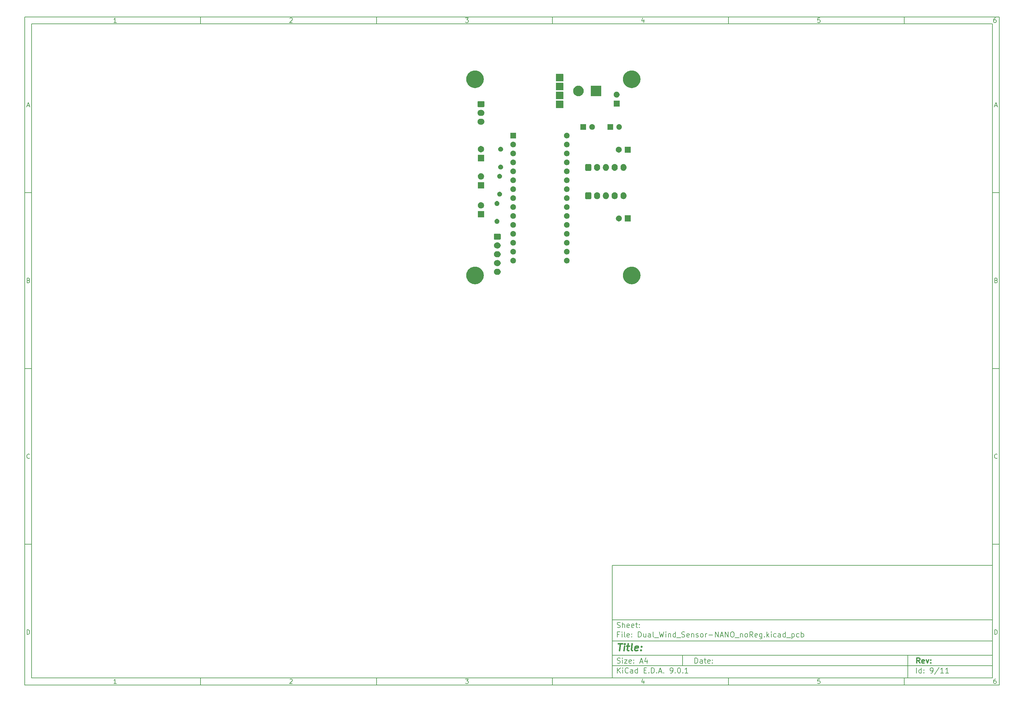
<source format=gbr>
%TF.GenerationSoftware,KiCad,Pcbnew,9.0.1*%
%TF.CreationDate,2025-07-06T08:30:04+03:00*%
%TF.ProjectId,Dual_Wind_Sensor-NANO_noReg,4475616c-5f57-4696-9e64-5f53656e736f,rev?*%
%TF.SameCoordinates,Original*%
%TF.FileFunction,Soldermask,Top*%
%TF.FilePolarity,Negative*%
%FSLAX46Y46*%
G04 Gerber Fmt 4.6, Leading zero omitted, Abs format (unit mm)*
G04 Created by KiCad (PCBNEW 9.0.1) date 2025-07-06 08:30:04*
%MOMM*%
%LPD*%
G01*
G04 APERTURE LIST*
%ADD10C,0.100000*%
%ADD11C,0.150000*%
%ADD12C,0.300000*%
%ADD13C,0.400000*%
G04 APERTURE END LIST*
D10*
D11*
X177002200Y-166007200D02*
X285002200Y-166007200D01*
X285002200Y-198007200D01*
X177002200Y-198007200D01*
X177002200Y-166007200D01*
D10*
D11*
X10000000Y-10000000D02*
X287002200Y-10000000D01*
X287002200Y-200007200D01*
X10000000Y-200007200D01*
X10000000Y-10000000D01*
D10*
D11*
X12000000Y-12000000D02*
X285002200Y-12000000D01*
X285002200Y-198007200D01*
X12000000Y-198007200D01*
X12000000Y-12000000D01*
D10*
D11*
X60000000Y-12000000D02*
X60000000Y-10000000D01*
D10*
D11*
X110000000Y-12000000D02*
X110000000Y-10000000D01*
D10*
D11*
X160000000Y-12000000D02*
X160000000Y-10000000D01*
D10*
D11*
X210000000Y-12000000D02*
X210000000Y-10000000D01*
D10*
D11*
X260000000Y-12000000D02*
X260000000Y-10000000D01*
D10*
D11*
X36089160Y-11593604D02*
X35346303Y-11593604D01*
X35717731Y-11593604D02*
X35717731Y-10293604D01*
X35717731Y-10293604D02*
X35593922Y-10479319D01*
X35593922Y-10479319D02*
X35470112Y-10603128D01*
X35470112Y-10603128D02*
X35346303Y-10665033D01*
D10*
D11*
X85346303Y-10417414D02*
X85408207Y-10355509D01*
X85408207Y-10355509D02*
X85532017Y-10293604D01*
X85532017Y-10293604D02*
X85841541Y-10293604D01*
X85841541Y-10293604D02*
X85965350Y-10355509D01*
X85965350Y-10355509D02*
X86027255Y-10417414D01*
X86027255Y-10417414D02*
X86089160Y-10541223D01*
X86089160Y-10541223D02*
X86089160Y-10665033D01*
X86089160Y-10665033D02*
X86027255Y-10850747D01*
X86027255Y-10850747D02*
X85284398Y-11593604D01*
X85284398Y-11593604D02*
X86089160Y-11593604D01*
D10*
D11*
X135284398Y-10293604D02*
X136089160Y-10293604D01*
X136089160Y-10293604D02*
X135655826Y-10788842D01*
X135655826Y-10788842D02*
X135841541Y-10788842D01*
X135841541Y-10788842D02*
X135965350Y-10850747D01*
X135965350Y-10850747D02*
X136027255Y-10912652D01*
X136027255Y-10912652D02*
X136089160Y-11036461D01*
X136089160Y-11036461D02*
X136089160Y-11345985D01*
X136089160Y-11345985D02*
X136027255Y-11469795D01*
X136027255Y-11469795D02*
X135965350Y-11531700D01*
X135965350Y-11531700D02*
X135841541Y-11593604D01*
X135841541Y-11593604D02*
X135470112Y-11593604D01*
X135470112Y-11593604D02*
X135346303Y-11531700D01*
X135346303Y-11531700D02*
X135284398Y-11469795D01*
D10*
D11*
X185965350Y-10726938D02*
X185965350Y-11593604D01*
X185655826Y-10231700D02*
X185346303Y-11160271D01*
X185346303Y-11160271D02*
X186151064Y-11160271D01*
D10*
D11*
X236027255Y-10293604D02*
X235408207Y-10293604D01*
X235408207Y-10293604D02*
X235346303Y-10912652D01*
X235346303Y-10912652D02*
X235408207Y-10850747D01*
X235408207Y-10850747D02*
X235532017Y-10788842D01*
X235532017Y-10788842D02*
X235841541Y-10788842D01*
X235841541Y-10788842D02*
X235965350Y-10850747D01*
X235965350Y-10850747D02*
X236027255Y-10912652D01*
X236027255Y-10912652D02*
X236089160Y-11036461D01*
X236089160Y-11036461D02*
X236089160Y-11345985D01*
X236089160Y-11345985D02*
X236027255Y-11469795D01*
X236027255Y-11469795D02*
X235965350Y-11531700D01*
X235965350Y-11531700D02*
X235841541Y-11593604D01*
X235841541Y-11593604D02*
X235532017Y-11593604D01*
X235532017Y-11593604D02*
X235408207Y-11531700D01*
X235408207Y-11531700D02*
X235346303Y-11469795D01*
D10*
D11*
X285965350Y-10293604D02*
X285717731Y-10293604D01*
X285717731Y-10293604D02*
X285593922Y-10355509D01*
X285593922Y-10355509D02*
X285532017Y-10417414D01*
X285532017Y-10417414D02*
X285408207Y-10603128D01*
X285408207Y-10603128D02*
X285346303Y-10850747D01*
X285346303Y-10850747D02*
X285346303Y-11345985D01*
X285346303Y-11345985D02*
X285408207Y-11469795D01*
X285408207Y-11469795D02*
X285470112Y-11531700D01*
X285470112Y-11531700D02*
X285593922Y-11593604D01*
X285593922Y-11593604D02*
X285841541Y-11593604D01*
X285841541Y-11593604D02*
X285965350Y-11531700D01*
X285965350Y-11531700D02*
X286027255Y-11469795D01*
X286027255Y-11469795D02*
X286089160Y-11345985D01*
X286089160Y-11345985D02*
X286089160Y-11036461D01*
X286089160Y-11036461D02*
X286027255Y-10912652D01*
X286027255Y-10912652D02*
X285965350Y-10850747D01*
X285965350Y-10850747D02*
X285841541Y-10788842D01*
X285841541Y-10788842D02*
X285593922Y-10788842D01*
X285593922Y-10788842D02*
X285470112Y-10850747D01*
X285470112Y-10850747D02*
X285408207Y-10912652D01*
X285408207Y-10912652D02*
X285346303Y-11036461D01*
D10*
D11*
X60000000Y-198007200D02*
X60000000Y-200007200D01*
D10*
D11*
X110000000Y-198007200D02*
X110000000Y-200007200D01*
D10*
D11*
X160000000Y-198007200D02*
X160000000Y-200007200D01*
D10*
D11*
X210000000Y-198007200D02*
X210000000Y-200007200D01*
D10*
D11*
X260000000Y-198007200D02*
X260000000Y-200007200D01*
D10*
D11*
X36089160Y-199600804D02*
X35346303Y-199600804D01*
X35717731Y-199600804D02*
X35717731Y-198300804D01*
X35717731Y-198300804D02*
X35593922Y-198486519D01*
X35593922Y-198486519D02*
X35470112Y-198610328D01*
X35470112Y-198610328D02*
X35346303Y-198672233D01*
D10*
D11*
X85346303Y-198424614D02*
X85408207Y-198362709D01*
X85408207Y-198362709D02*
X85532017Y-198300804D01*
X85532017Y-198300804D02*
X85841541Y-198300804D01*
X85841541Y-198300804D02*
X85965350Y-198362709D01*
X85965350Y-198362709D02*
X86027255Y-198424614D01*
X86027255Y-198424614D02*
X86089160Y-198548423D01*
X86089160Y-198548423D02*
X86089160Y-198672233D01*
X86089160Y-198672233D02*
X86027255Y-198857947D01*
X86027255Y-198857947D02*
X85284398Y-199600804D01*
X85284398Y-199600804D02*
X86089160Y-199600804D01*
D10*
D11*
X135284398Y-198300804D02*
X136089160Y-198300804D01*
X136089160Y-198300804D02*
X135655826Y-198796042D01*
X135655826Y-198796042D02*
X135841541Y-198796042D01*
X135841541Y-198796042D02*
X135965350Y-198857947D01*
X135965350Y-198857947D02*
X136027255Y-198919852D01*
X136027255Y-198919852D02*
X136089160Y-199043661D01*
X136089160Y-199043661D02*
X136089160Y-199353185D01*
X136089160Y-199353185D02*
X136027255Y-199476995D01*
X136027255Y-199476995D02*
X135965350Y-199538900D01*
X135965350Y-199538900D02*
X135841541Y-199600804D01*
X135841541Y-199600804D02*
X135470112Y-199600804D01*
X135470112Y-199600804D02*
X135346303Y-199538900D01*
X135346303Y-199538900D02*
X135284398Y-199476995D01*
D10*
D11*
X185965350Y-198734138D02*
X185965350Y-199600804D01*
X185655826Y-198238900D02*
X185346303Y-199167471D01*
X185346303Y-199167471D02*
X186151064Y-199167471D01*
D10*
D11*
X236027255Y-198300804D02*
X235408207Y-198300804D01*
X235408207Y-198300804D02*
X235346303Y-198919852D01*
X235346303Y-198919852D02*
X235408207Y-198857947D01*
X235408207Y-198857947D02*
X235532017Y-198796042D01*
X235532017Y-198796042D02*
X235841541Y-198796042D01*
X235841541Y-198796042D02*
X235965350Y-198857947D01*
X235965350Y-198857947D02*
X236027255Y-198919852D01*
X236027255Y-198919852D02*
X236089160Y-199043661D01*
X236089160Y-199043661D02*
X236089160Y-199353185D01*
X236089160Y-199353185D02*
X236027255Y-199476995D01*
X236027255Y-199476995D02*
X235965350Y-199538900D01*
X235965350Y-199538900D02*
X235841541Y-199600804D01*
X235841541Y-199600804D02*
X235532017Y-199600804D01*
X235532017Y-199600804D02*
X235408207Y-199538900D01*
X235408207Y-199538900D02*
X235346303Y-199476995D01*
D10*
D11*
X285965350Y-198300804D02*
X285717731Y-198300804D01*
X285717731Y-198300804D02*
X285593922Y-198362709D01*
X285593922Y-198362709D02*
X285532017Y-198424614D01*
X285532017Y-198424614D02*
X285408207Y-198610328D01*
X285408207Y-198610328D02*
X285346303Y-198857947D01*
X285346303Y-198857947D02*
X285346303Y-199353185D01*
X285346303Y-199353185D02*
X285408207Y-199476995D01*
X285408207Y-199476995D02*
X285470112Y-199538900D01*
X285470112Y-199538900D02*
X285593922Y-199600804D01*
X285593922Y-199600804D02*
X285841541Y-199600804D01*
X285841541Y-199600804D02*
X285965350Y-199538900D01*
X285965350Y-199538900D02*
X286027255Y-199476995D01*
X286027255Y-199476995D02*
X286089160Y-199353185D01*
X286089160Y-199353185D02*
X286089160Y-199043661D01*
X286089160Y-199043661D02*
X286027255Y-198919852D01*
X286027255Y-198919852D02*
X285965350Y-198857947D01*
X285965350Y-198857947D02*
X285841541Y-198796042D01*
X285841541Y-198796042D02*
X285593922Y-198796042D01*
X285593922Y-198796042D02*
X285470112Y-198857947D01*
X285470112Y-198857947D02*
X285408207Y-198919852D01*
X285408207Y-198919852D02*
X285346303Y-199043661D01*
D10*
D11*
X10000000Y-60000000D02*
X12000000Y-60000000D01*
D10*
D11*
X10000000Y-110000000D02*
X12000000Y-110000000D01*
D10*
D11*
X10000000Y-160000000D02*
X12000000Y-160000000D01*
D10*
D11*
X10690476Y-35222176D02*
X11309523Y-35222176D01*
X10566666Y-35593604D02*
X10999999Y-34293604D01*
X10999999Y-34293604D02*
X11433333Y-35593604D01*
D10*
D11*
X11092857Y-84912652D02*
X11278571Y-84974557D01*
X11278571Y-84974557D02*
X11340476Y-85036461D01*
X11340476Y-85036461D02*
X11402380Y-85160271D01*
X11402380Y-85160271D02*
X11402380Y-85345985D01*
X11402380Y-85345985D02*
X11340476Y-85469795D01*
X11340476Y-85469795D02*
X11278571Y-85531700D01*
X11278571Y-85531700D02*
X11154761Y-85593604D01*
X11154761Y-85593604D02*
X10659523Y-85593604D01*
X10659523Y-85593604D02*
X10659523Y-84293604D01*
X10659523Y-84293604D02*
X11092857Y-84293604D01*
X11092857Y-84293604D02*
X11216666Y-84355509D01*
X11216666Y-84355509D02*
X11278571Y-84417414D01*
X11278571Y-84417414D02*
X11340476Y-84541223D01*
X11340476Y-84541223D02*
X11340476Y-84665033D01*
X11340476Y-84665033D02*
X11278571Y-84788842D01*
X11278571Y-84788842D02*
X11216666Y-84850747D01*
X11216666Y-84850747D02*
X11092857Y-84912652D01*
X11092857Y-84912652D02*
X10659523Y-84912652D01*
D10*
D11*
X11402380Y-135469795D02*
X11340476Y-135531700D01*
X11340476Y-135531700D02*
X11154761Y-135593604D01*
X11154761Y-135593604D02*
X11030952Y-135593604D01*
X11030952Y-135593604D02*
X10845238Y-135531700D01*
X10845238Y-135531700D02*
X10721428Y-135407890D01*
X10721428Y-135407890D02*
X10659523Y-135284080D01*
X10659523Y-135284080D02*
X10597619Y-135036461D01*
X10597619Y-135036461D02*
X10597619Y-134850747D01*
X10597619Y-134850747D02*
X10659523Y-134603128D01*
X10659523Y-134603128D02*
X10721428Y-134479319D01*
X10721428Y-134479319D02*
X10845238Y-134355509D01*
X10845238Y-134355509D02*
X11030952Y-134293604D01*
X11030952Y-134293604D02*
X11154761Y-134293604D01*
X11154761Y-134293604D02*
X11340476Y-134355509D01*
X11340476Y-134355509D02*
X11402380Y-134417414D01*
D10*
D11*
X10659523Y-185593604D02*
X10659523Y-184293604D01*
X10659523Y-184293604D02*
X10969047Y-184293604D01*
X10969047Y-184293604D02*
X11154761Y-184355509D01*
X11154761Y-184355509D02*
X11278571Y-184479319D01*
X11278571Y-184479319D02*
X11340476Y-184603128D01*
X11340476Y-184603128D02*
X11402380Y-184850747D01*
X11402380Y-184850747D02*
X11402380Y-185036461D01*
X11402380Y-185036461D02*
X11340476Y-185284080D01*
X11340476Y-185284080D02*
X11278571Y-185407890D01*
X11278571Y-185407890D02*
X11154761Y-185531700D01*
X11154761Y-185531700D02*
X10969047Y-185593604D01*
X10969047Y-185593604D02*
X10659523Y-185593604D01*
D10*
D11*
X287002200Y-60000000D02*
X285002200Y-60000000D01*
D10*
D11*
X287002200Y-110000000D02*
X285002200Y-110000000D01*
D10*
D11*
X287002200Y-160000000D02*
X285002200Y-160000000D01*
D10*
D11*
X285692676Y-35222176D02*
X286311723Y-35222176D01*
X285568866Y-35593604D02*
X286002199Y-34293604D01*
X286002199Y-34293604D02*
X286435533Y-35593604D01*
D10*
D11*
X286095057Y-84912652D02*
X286280771Y-84974557D01*
X286280771Y-84974557D02*
X286342676Y-85036461D01*
X286342676Y-85036461D02*
X286404580Y-85160271D01*
X286404580Y-85160271D02*
X286404580Y-85345985D01*
X286404580Y-85345985D02*
X286342676Y-85469795D01*
X286342676Y-85469795D02*
X286280771Y-85531700D01*
X286280771Y-85531700D02*
X286156961Y-85593604D01*
X286156961Y-85593604D02*
X285661723Y-85593604D01*
X285661723Y-85593604D02*
X285661723Y-84293604D01*
X285661723Y-84293604D02*
X286095057Y-84293604D01*
X286095057Y-84293604D02*
X286218866Y-84355509D01*
X286218866Y-84355509D02*
X286280771Y-84417414D01*
X286280771Y-84417414D02*
X286342676Y-84541223D01*
X286342676Y-84541223D02*
X286342676Y-84665033D01*
X286342676Y-84665033D02*
X286280771Y-84788842D01*
X286280771Y-84788842D02*
X286218866Y-84850747D01*
X286218866Y-84850747D02*
X286095057Y-84912652D01*
X286095057Y-84912652D02*
X285661723Y-84912652D01*
D10*
D11*
X286404580Y-135469795D02*
X286342676Y-135531700D01*
X286342676Y-135531700D02*
X286156961Y-135593604D01*
X286156961Y-135593604D02*
X286033152Y-135593604D01*
X286033152Y-135593604D02*
X285847438Y-135531700D01*
X285847438Y-135531700D02*
X285723628Y-135407890D01*
X285723628Y-135407890D02*
X285661723Y-135284080D01*
X285661723Y-135284080D02*
X285599819Y-135036461D01*
X285599819Y-135036461D02*
X285599819Y-134850747D01*
X285599819Y-134850747D02*
X285661723Y-134603128D01*
X285661723Y-134603128D02*
X285723628Y-134479319D01*
X285723628Y-134479319D02*
X285847438Y-134355509D01*
X285847438Y-134355509D02*
X286033152Y-134293604D01*
X286033152Y-134293604D02*
X286156961Y-134293604D01*
X286156961Y-134293604D02*
X286342676Y-134355509D01*
X286342676Y-134355509D02*
X286404580Y-134417414D01*
D10*
D11*
X285661723Y-185593604D02*
X285661723Y-184293604D01*
X285661723Y-184293604D02*
X285971247Y-184293604D01*
X285971247Y-184293604D02*
X286156961Y-184355509D01*
X286156961Y-184355509D02*
X286280771Y-184479319D01*
X286280771Y-184479319D02*
X286342676Y-184603128D01*
X286342676Y-184603128D02*
X286404580Y-184850747D01*
X286404580Y-184850747D02*
X286404580Y-185036461D01*
X286404580Y-185036461D02*
X286342676Y-185284080D01*
X286342676Y-185284080D02*
X286280771Y-185407890D01*
X286280771Y-185407890D02*
X286156961Y-185531700D01*
X286156961Y-185531700D02*
X285971247Y-185593604D01*
X285971247Y-185593604D02*
X285661723Y-185593604D01*
D10*
D11*
X200458026Y-193793328D02*
X200458026Y-192293328D01*
X200458026Y-192293328D02*
X200815169Y-192293328D01*
X200815169Y-192293328D02*
X201029455Y-192364757D01*
X201029455Y-192364757D02*
X201172312Y-192507614D01*
X201172312Y-192507614D02*
X201243741Y-192650471D01*
X201243741Y-192650471D02*
X201315169Y-192936185D01*
X201315169Y-192936185D02*
X201315169Y-193150471D01*
X201315169Y-193150471D02*
X201243741Y-193436185D01*
X201243741Y-193436185D02*
X201172312Y-193579042D01*
X201172312Y-193579042D02*
X201029455Y-193721900D01*
X201029455Y-193721900D02*
X200815169Y-193793328D01*
X200815169Y-193793328D02*
X200458026Y-193793328D01*
X202600884Y-193793328D02*
X202600884Y-193007614D01*
X202600884Y-193007614D02*
X202529455Y-192864757D01*
X202529455Y-192864757D02*
X202386598Y-192793328D01*
X202386598Y-192793328D02*
X202100884Y-192793328D01*
X202100884Y-192793328D02*
X201958026Y-192864757D01*
X202600884Y-193721900D02*
X202458026Y-193793328D01*
X202458026Y-193793328D02*
X202100884Y-193793328D01*
X202100884Y-193793328D02*
X201958026Y-193721900D01*
X201958026Y-193721900D02*
X201886598Y-193579042D01*
X201886598Y-193579042D02*
X201886598Y-193436185D01*
X201886598Y-193436185D02*
X201958026Y-193293328D01*
X201958026Y-193293328D02*
X202100884Y-193221900D01*
X202100884Y-193221900D02*
X202458026Y-193221900D01*
X202458026Y-193221900D02*
X202600884Y-193150471D01*
X203100884Y-192793328D02*
X203672312Y-192793328D01*
X203315169Y-192293328D02*
X203315169Y-193579042D01*
X203315169Y-193579042D02*
X203386598Y-193721900D01*
X203386598Y-193721900D02*
X203529455Y-193793328D01*
X203529455Y-193793328D02*
X203672312Y-193793328D01*
X204743741Y-193721900D02*
X204600884Y-193793328D01*
X204600884Y-193793328D02*
X204315170Y-193793328D01*
X204315170Y-193793328D02*
X204172312Y-193721900D01*
X204172312Y-193721900D02*
X204100884Y-193579042D01*
X204100884Y-193579042D02*
X204100884Y-193007614D01*
X204100884Y-193007614D02*
X204172312Y-192864757D01*
X204172312Y-192864757D02*
X204315170Y-192793328D01*
X204315170Y-192793328D02*
X204600884Y-192793328D01*
X204600884Y-192793328D02*
X204743741Y-192864757D01*
X204743741Y-192864757D02*
X204815170Y-193007614D01*
X204815170Y-193007614D02*
X204815170Y-193150471D01*
X204815170Y-193150471D02*
X204100884Y-193293328D01*
X205458026Y-193650471D02*
X205529455Y-193721900D01*
X205529455Y-193721900D02*
X205458026Y-193793328D01*
X205458026Y-193793328D02*
X205386598Y-193721900D01*
X205386598Y-193721900D02*
X205458026Y-193650471D01*
X205458026Y-193650471D02*
X205458026Y-193793328D01*
X205458026Y-192864757D02*
X205529455Y-192936185D01*
X205529455Y-192936185D02*
X205458026Y-193007614D01*
X205458026Y-193007614D02*
X205386598Y-192936185D01*
X205386598Y-192936185D02*
X205458026Y-192864757D01*
X205458026Y-192864757D02*
X205458026Y-193007614D01*
D10*
D11*
X177002200Y-194507200D02*
X285002200Y-194507200D01*
D10*
D11*
X178458026Y-196593328D02*
X178458026Y-195093328D01*
X179315169Y-196593328D02*
X178672312Y-195736185D01*
X179315169Y-195093328D02*
X178458026Y-195950471D01*
X179958026Y-196593328D02*
X179958026Y-195593328D01*
X179958026Y-195093328D02*
X179886598Y-195164757D01*
X179886598Y-195164757D02*
X179958026Y-195236185D01*
X179958026Y-195236185D02*
X180029455Y-195164757D01*
X180029455Y-195164757D02*
X179958026Y-195093328D01*
X179958026Y-195093328D02*
X179958026Y-195236185D01*
X181529455Y-196450471D02*
X181458027Y-196521900D01*
X181458027Y-196521900D02*
X181243741Y-196593328D01*
X181243741Y-196593328D02*
X181100884Y-196593328D01*
X181100884Y-196593328D02*
X180886598Y-196521900D01*
X180886598Y-196521900D02*
X180743741Y-196379042D01*
X180743741Y-196379042D02*
X180672312Y-196236185D01*
X180672312Y-196236185D02*
X180600884Y-195950471D01*
X180600884Y-195950471D02*
X180600884Y-195736185D01*
X180600884Y-195736185D02*
X180672312Y-195450471D01*
X180672312Y-195450471D02*
X180743741Y-195307614D01*
X180743741Y-195307614D02*
X180886598Y-195164757D01*
X180886598Y-195164757D02*
X181100884Y-195093328D01*
X181100884Y-195093328D02*
X181243741Y-195093328D01*
X181243741Y-195093328D02*
X181458027Y-195164757D01*
X181458027Y-195164757D02*
X181529455Y-195236185D01*
X182815170Y-196593328D02*
X182815170Y-195807614D01*
X182815170Y-195807614D02*
X182743741Y-195664757D01*
X182743741Y-195664757D02*
X182600884Y-195593328D01*
X182600884Y-195593328D02*
X182315170Y-195593328D01*
X182315170Y-195593328D02*
X182172312Y-195664757D01*
X182815170Y-196521900D02*
X182672312Y-196593328D01*
X182672312Y-196593328D02*
X182315170Y-196593328D01*
X182315170Y-196593328D02*
X182172312Y-196521900D01*
X182172312Y-196521900D02*
X182100884Y-196379042D01*
X182100884Y-196379042D02*
X182100884Y-196236185D01*
X182100884Y-196236185D02*
X182172312Y-196093328D01*
X182172312Y-196093328D02*
X182315170Y-196021900D01*
X182315170Y-196021900D02*
X182672312Y-196021900D01*
X182672312Y-196021900D02*
X182815170Y-195950471D01*
X184172313Y-196593328D02*
X184172313Y-195093328D01*
X184172313Y-196521900D02*
X184029455Y-196593328D01*
X184029455Y-196593328D02*
X183743741Y-196593328D01*
X183743741Y-196593328D02*
X183600884Y-196521900D01*
X183600884Y-196521900D02*
X183529455Y-196450471D01*
X183529455Y-196450471D02*
X183458027Y-196307614D01*
X183458027Y-196307614D02*
X183458027Y-195879042D01*
X183458027Y-195879042D02*
X183529455Y-195736185D01*
X183529455Y-195736185D02*
X183600884Y-195664757D01*
X183600884Y-195664757D02*
X183743741Y-195593328D01*
X183743741Y-195593328D02*
X184029455Y-195593328D01*
X184029455Y-195593328D02*
X184172313Y-195664757D01*
X186029455Y-195807614D02*
X186529455Y-195807614D01*
X186743741Y-196593328D02*
X186029455Y-196593328D01*
X186029455Y-196593328D02*
X186029455Y-195093328D01*
X186029455Y-195093328D02*
X186743741Y-195093328D01*
X187386598Y-196450471D02*
X187458027Y-196521900D01*
X187458027Y-196521900D02*
X187386598Y-196593328D01*
X187386598Y-196593328D02*
X187315170Y-196521900D01*
X187315170Y-196521900D02*
X187386598Y-196450471D01*
X187386598Y-196450471D02*
X187386598Y-196593328D01*
X188100884Y-196593328D02*
X188100884Y-195093328D01*
X188100884Y-195093328D02*
X188458027Y-195093328D01*
X188458027Y-195093328D02*
X188672313Y-195164757D01*
X188672313Y-195164757D02*
X188815170Y-195307614D01*
X188815170Y-195307614D02*
X188886599Y-195450471D01*
X188886599Y-195450471D02*
X188958027Y-195736185D01*
X188958027Y-195736185D02*
X188958027Y-195950471D01*
X188958027Y-195950471D02*
X188886599Y-196236185D01*
X188886599Y-196236185D02*
X188815170Y-196379042D01*
X188815170Y-196379042D02*
X188672313Y-196521900D01*
X188672313Y-196521900D02*
X188458027Y-196593328D01*
X188458027Y-196593328D02*
X188100884Y-196593328D01*
X189600884Y-196450471D02*
X189672313Y-196521900D01*
X189672313Y-196521900D02*
X189600884Y-196593328D01*
X189600884Y-196593328D02*
X189529456Y-196521900D01*
X189529456Y-196521900D02*
X189600884Y-196450471D01*
X189600884Y-196450471D02*
X189600884Y-196593328D01*
X190243742Y-196164757D02*
X190958028Y-196164757D01*
X190100885Y-196593328D02*
X190600885Y-195093328D01*
X190600885Y-195093328D02*
X191100885Y-196593328D01*
X191600884Y-196450471D02*
X191672313Y-196521900D01*
X191672313Y-196521900D02*
X191600884Y-196593328D01*
X191600884Y-196593328D02*
X191529456Y-196521900D01*
X191529456Y-196521900D02*
X191600884Y-196450471D01*
X191600884Y-196450471D02*
X191600884Y-196593328D01*
X193529456Y-196593328D02*
X193815170Y-196593328D01*
X193815170Y-196593328D02*
X193958027Y-196521900D01*
X193958027Y-196521900D02*
X194029456Y-196450471D01*
X194029456Y-196450471D02*
X194172313Y-196236185D01*
X194172313Y-196236185D02*
X194243742Y-195950471D01*
X194243742Y-195950471D02*
X194243742Y-195379042D01*
X194243742Y-195379042D02*
X194172313Y-195236185D01*
X194172313Y-195236185D02*
X194100885Y-195164757D01*
X194100885Y-195164757D02*
X193958027Y-195093328D01*
X193958027Y-195093328D02*
X193672313Y-195093328D01*
X193672313Y-195093328D02*
X193529456Y-195164757D01*
X193529456Y-195164757D02*
X193458027Y-195236185D01*
X193458027Y-195236185D02*
X193386599Y-195379042D01*
X193386599Y-195379042D02*
X193386599Y-195736185D01*
X193386599Y-195736185D02*
X193458027Y-195879042D01*
X193458027Y-195879042D02*
X193529456Y-195950471D01*
X193529456Y-195950471D02*
X193672313Y-196021900D01*
X193672313Y-196021900D02*
X193958027Y-196021900D01*
X193958027Y-196021900D02*
X194100885Y-195950471D01*
X194100885Y-195950471D02*
X194172313Y-195879042D01*
X194172313Y-195879042D02*
X194243742Y-195736185D01*
X194886598Y-196450471D02*
X194958027Y-196521900D01*
X194958027Y-196521900D02*
X194886598Y-196593328D01*
X194886598Y-196593328D02*
X194815170Y-196521900D01*
X194815170Y-196521900D02*
X194886598Y-196450471D01*
X194886598Y-196450471D02*
X194886598Y-196593328D01*
X195886599Y-195093328D02*
X196029456Y-195093328D01*
X196029456Y-195093328D02*
X196172313Y-195164757D01*
X196172313Y-195164757D02*
X196243742Y-195236185D01*
X196243742Y-195236185D02*
X196315170Y-195379042D01*
X196315170Y-195379042D02*
X196386599Y-195664757D01*
X196386599Y-195664757D02*
X196386599Y-196021900D01*
X196386599Y-196021900D02*
X196315170Y-196307614D01*
X196315170Y-196307614D02*
X196243742Y-196450471D01*
X196243742Y-196450471D02*
X196172313Y-196521900D01*
X196172313Y-196521900D02*
X196029456Y-196593328D01*
X196029456Y-196593328D02*
X195886599Y-196593328D01*
X195886599Y-196593328D02*
X195743742Y-196521900D01*
X195743742Y-196521900D02*
X195672313Y-196450471D01*
X195672313Y-196450471D02*
X195600884Y-196307614D01*
X195600884Y-196307614D02*
X195529456Y-196021900D01*
X195529456Y-196021900D02*
X195529456Y-195664757D01*
X195529456Y-195664757D02*
X195600884Y-195379042D01*
X195600884Y-195379042D02*
X195672313Y-195236185D01*
X195672313Y-195236185D02*
X195743742Y-195164757D01*
X195743742Y-195164757D02*
X195886599Y-195093328D01*
X197029455Y-196450471D02*
X197100884Y-196521900D01*
X197100884Y-196521900D02*
X197029455Y-196593328D01*
X197029455Y-196593328D02*
X196958027Y-196521900D01*
X196958027Y-196521900D02*
X197029455Y-196450471D01*
X197029455Y-196450471D02*
X197029455Y-196593328D01*
X198529456Y-196593328D02*
X197672313Y-196593328D01*
X198100884Y-196593328D02*
X198100884Y-195093328D01*
X198100884Y-195093328D02*
X197958027Y-195307614D01*
X197958027Y-195307614D02*
X197815170Y-195450471D01*
X197815170Y-195450471D02*
X197672313Y-195521900D01*
D10*
D11*
X177002200Y-191507200D02*
X285002200Y-191507200D01*
D10*
D12*
X264413853Y-193785528D02*
X263913853Y-193071242D01*
X263556710Y-193785528D02*
X263556710Y-192285528D01*
X263556710Y-192285528D02*
X264128139Y-192285528D01*
X264128139Y-192285528D02*
X264270996Y-192356957D01*
X264270996Y-192356957D02*
X264342425Y-192428385D01*
X264342425Y-192428385D02*
X264413853Y-192571242D01*
X264413853Y-192571242D02*
X264413853Y-192785528D01*
X264413853Y-192785528D02*
X264342425Y-192928385D01*
X264342425Y-192928385D02*
X264270996Y-192999814D01*
X264270996Y-192999814D02*
X264128139Y-193071242D01*
X264128139Y-193071242D02*
X263556710Y-193071242D01*
X265628139Y-193714100D02*
X265485282Y-193785528D01*
X265485282Y-193785528D02*
X265199568Y-193785528D01*
X265199568Y-193785528D02*
X265056710Y-193714100D01*
X265056710Y-193714100D02*
X264985282Y-193571242D01*
X264985282Y-193571242D02*
X264985282Y-192999814D01*
X264985282Y-192999814D02*
X265056710Y-192856957D01*
X265056710Y-192856957D02*
X265199568Y-192785528D01*
X265199568Y-192785528D02*
X265485282Y-192785528D01*
X265485282Y-192785528D02*
X265628139Y-192856957D01*
X265628139Y-192856957D02*
X265699568Y-192999814D01*
X265699568Y-192999814D02*
X265699568Y-193142671D01*
X265699568Y-193142671D02*
X264985282Y-193285528D01*
X266199567Y-192785528D02*
X266556710Y-193785528D01*
X266556710Y-193785528D02*
X266913853Y-192785528D01*
X267485281Y-193642671D02*
X267556710Y-193714100D01*
X267556710Y-193714100D02*
X267485281Y-193785528D01*
X267485281Y-193785528D02*
X267413853Y-193714100D01*
X267413853Y-193714100D02*
X267485281Y-193642671D01*
X267485281Y-193642671D02*
X267485281Y-193785528D01*
X267485281Y-192856957D02*
X267556710Y-192928385D01*
X267556710Y-192928385D02*
X267485281Y-192999814D01*
X267485281Y-192999814D02*
X267413853Y-192928385D01*
X267413853Y-192928385D02*
X267485281Y-192856957D01*
X267485281Y-192856957D02*
X267485281Y-192999814D01*
D10*
D11*
X178386598Y-193721900D02*
X178600884Y-193793328D01*
X178600884Y-193793328D02*
X178958026Y-193793328D01*
X178958026Y-193793328D02*
X179100884Y-193721900D01*
X179100884Y-193721900D02*
X179172312Y-193650471D01*
X179172312Y-193650471D02*
X179243741Y-193507614D01*
X179243741Y-193507614D02*
X179243741Y-193364757D01*
X179243741Y-193364757D02*
X179172312Y-193221900D01*
X179172312Y-193221900D02*
X179100884Y-193150471D01*
X179100884Y-193150471D02*
X178958026Y-193079042D01*
X178958026Y-193079042D02*
X178672312Y-193007614D01*
X178672312Y-193007614D02*
X178529455Y-192936185D01*
X178529455Y-192936185D02*
X178458026Y-192864757D01*
X178458026Y-192864757D02*
X178386598Y-192721900D01*
X178386598Y-192721900D02*
X178386598Y-192579042D01*
X178386598Y-192579042D02*
X178458026Y-192436185D01*
X178458026Y-192436185D02*
X178529455Y-192364757D01*
X178529455Y-192364757D02*
X178672312Y-192293328D01*
X178672312Y-192293328D02*
X179029455Y-192293328D01*
X179029455Y-192293328D02*
X179243741Y-192364757D01*
X179886597Y-193793328D02*
X179886597Y-192793328D01*
X179886597Y-192293328D02*
X179815169Y-192364757D01*
X179815169Y-192364757D02*
X179886597Y-192436185D01*
X179886597Y-192436185D02*
X179958026Y-192364757D01*
X179958026Y-192364757D02*
X179886597Y-192293328D01*
X179886597Y-192293328D02*
X179886597Y-192436185D01*
X180458026Y-192793328D02*
X181243741Y-192793328D01*
X181243741Y-192793328D02*
X180458026Y-193793328D01*
X180458026Y-193793328D02*
X181243741Y-193793328D01*
X182386598Y-193721900D02*
X182243741Y-193793328D01*
X182243741Y-193793328D02*
X181958027Y-193793328D01*
X181958027Y-193793328D02*
X181815169Y-193721900D01*
X181815169Y-193721900D02*
X181743741Y-193579042D01*
X181743741Y-193579042D02*
X181743741Y-193007614D01*
X181743741Y-193007614D02*
X181815169Y-192864757D01*
X181815169Y-192864757D02*
X181958027Y-192793328D01*
X181958027Y-192793328D02*
X182243741Y-192793328D01*
X182243741Y-192793328D02*
X182386598Y-192864757D01*
X182386598Y-192864757D02*
X182458027Y-193007614D01*
X182458027Y-193007614D02*
X182458027Y-193150471D01*
X182458027Y-193150471D02*
X181743741Y-193293328D01*
X183100883Y-193650471D02*
X183172312Y-193721900D01*
X183172312Y-193721900D02*
X183100883Y-193793328D01*
X183100883Y-193793328D02*
X183029455Y-193721900D01*
X183029455Y-193721900D02*
X183100883Y-193650471D01*
X183100883Y-193650471D02*
X183100883Y-193793328D01*
X183100883Y-192864757D02*
X183172312Y-192936185D01*
X183172312Y-192936185D02*
X183100883Y-193007614D01*
X183100883Y-193007614D02*
X183029455Y-192936185D01*
X183029455Y-192936185D02*
X183100883Y-192864757D01*
X183100883Y-192864757D02*
X183100883Y-193007614D01*
X184886598Y-193364757D02*
X185600884Y-193364757D01*
X184743741Y-193793328D02*
X185243741Y-192293328D01*
X185243741Y-192293328D02*
X185743741Y-193793328D01*
X186886598Y-192793328D02*
X186886598Y-193793328D01*
X186529455Y-192221900D02*
X186172312Y-193293328D01*
X186172312Y-193293328D02*
X187100883Y-193293328D01*
D10*
D11*
X263458026Y-196593328D02*
X263458026Y-195093328D01*
X264815170Y-196593328D02*
X264815170Y-195093328D01*
X264815170Y-196521900D02*
X264672312Y-196593328D01*
X264672312Y-196593328D02*
X264386598Y-196593328D01*
X264386598Y-196593328D02*
X264243741Y-196521900D01*
X264243741Y-196521900D02*
X264172312Y-196450471D01*
X264172312Y-196450471D02*
X264100884Y-196307614D01*
X264100884Y-196307614D02*
X264100884Y-195879042D01*
X264100884Y-195879042D02*
X264172312Y-195736185D01*
X264172312Y-195736185D02*
X264243741Y-195664757D01*
X264243741Y-195664757D02*
X264386598Y-195593328D01*
X264386598Y-195593328D02*
X264672312Y-195593328D01*
X264672312Y-195593328D02*
X264815170Y-195664757D01*
X265529455Y-196450471D02*
X265600884Y-196521900D01*
X265600884Y-196521900D02*
X265529455Y-196593328D01*
X265529455Y-196593328D02*
X265458027Y-196521900D01*
X265458027Y-196521900D02*
X265529455Y-196450471D01*
X265529455Y-196450471D02*
X265529455Y-196593328D01*
X265529455Y-195664757D02*
X265600884Y-195736185D01*
X265600884Y-195736185D02*
X265529455Y-195807614D01*
X265529455Y-195807614D02*
X265458027Y-195736185D01*
X265458027Y-195736185D02*
X265529455Y-195664757D01*
X265529455Y-195664757D02*
X265529455Y-195807614D01*
X267458027Y-196593328D02*
X267743741Y-196593328D01*
X267743741Y-196593328D02*
X267886598Y-196521900D01*
X267886598Y-196521900D02*
X267958027Y-196450471D01*
X267958027Y-196450471D02*
X268100884Y-196236185D01*
X268100884Y-196236185D02*
X268172313Y-195950471D01*
X268172313Y-195950471D02*
X268172313Y-195379042D01*
X268172313Y-195379042D02*
X268100884Y-195236185D01*
X268100884Y-195236185D02*
X268029456Y-195164757D01*
X268029456Y-195164757D02*
X267886598Y-195093328D01*
X267886598Y-195093328D02*
X267600884Y-195093328D01*
X267600884Y-195093328D02*
X267458027Y-195164757D01*
X267458027Y-195164757D02*
X267386598Y-195236185D01*
X267386598Y-195236185D02*
X267315170Y-195379042D01*
X267315170Y-195379042D02*
X267315170Y-195736185D01*
X267315170Y-195736185D02*
X267386598Y-195879042D01*
X267386598Y-195879042D02*
X267458027Y-195950471D01*
X267458027Y-195950471D02*
X267600884Y-196021900D01*
X267600884Y-196021900D02*
X267886598Y-196021900D01*
X267886598Y-196021900D02*
X268029456Y-195950471D01*
X268029456Y-195950471D02*
X268100884Y-195879042D01*
X268100884Y-195879042D02*
X268172313Y-195736185D01*
X269886598Y-195021900D02*
X268600884Y-196950471D01*
X271172313Y-196593328D02*
X270315170Y-196593328D01*
X270743741Y-196593328D02*
X270743741Y-195093328D01*
X270743741Y-195093328D02*
X270600884Y-195307614D01*
X270600884Y-195307614D02*
X270458027Y-195450471D01*
X270458027Y-195450471D02*
X270315170Y-195521900D01*
X272600884Y-196593328D02*
X271743741Y-196593328D01*
X272172312Y-196593328D02*
X272172312Y-195093328D01*
X272172312Y-195093328D02*
X272029455Y-195307614D01*
X272029455Y-195307614D02*
X271886598Y-195450471D01*
X271886598Y-195450471D02*
X271743741Y-195521900D01*
D10*
D11*
X177002200Y-187507200D02*
X285002200Y-187507200D01*
D10*
D13*
X178693928Y-188211638D02*
X179836785Y-188211638D01*
X179015357Y-190211638D02*
X179265357Y-188211638D01*
X180253452Y-190211638D02*
X180420119Y-188878304D01*
X180503452Y-188211638D02*
X180396309Y-188306876D01*
X180396309Y-188306876D02*
X180479643Y-188402114D01*
X180479643Y-188402114D02*
X180586786Y-188306876D01*
X180586786Y-188306876D02*
X180503452Y-188211638D01*
X180503452Y-188211638D02*
X180479643Y-188402114D01*
X181086786Y-188878304D02*
X181848690Y-188878304D01*
X181455833Y-188211638D02*
X181241548Y-189925923D01*
X181241548Y-189925923D02*
X181312976Y-190116400D01*
X181312976Y-190116400D02*
X181491548Y-190211638D01*
X181491548Y-190211638D02*
X181682024Y-190211638D01*
X182634405Y-190211638D02*
X182455833Y-190116400D01*
X182455833Y-190116400D02*
X182384405Y-189925923D01*
X182384405Y-189925923D02*
X182598690Y-188211638D01*
X184170119Y-190116400D02*
X183967738Y-190211638D01*
X183967738Y-190211638D02*
X183586785Y-190211638D01*
X183586785Y-190211638D02*
X183408214Y-190116400D01*
X183408214Y-190116400D02*
X183336785Y-189925923D01*
X183336785Y-189925923D02*
X183432024Y-189164019D01*
X183432024Y-189164019D02*
X183551071Y-188973542D01*
X183551071Y-188973542D02*
X183753452Y-188878304D01*
X183753452Y-188878304D02*
X184134404Y-188878304D01*
X184134404Y-188878304D02*
X184312976Y-188973542D01*
X184312976Y-188973542D02*
X184384404Y-189164019D01*
X184384404Y-189164019D02*
X184360595Y-189354495D01*
X184360595Y-189354495D02*
X183384404Y-189544971D01*
X185134405Y-190021161D02*
X185217738Y-190116400D01*
X185217738Y-190116400D02*
X185110595Y-190211638D01*
X185110595Y-190211638D02*
X185027262Y-190116400D01*
X185027262Y-190116400D02*
X185134405Y-190021161D01*
X185134405Y-190021161D02*
X185110595Y-190211638D01*
X185265357Y-188973542D02*
X185348690Y-189068780D01*
X185348690Y-189068780D02*
X185241548Y-189164019D01*
X185241548Y-189164019D02*
X185158214Y-189068780D01*
X185158214Y-189068780D02*
X185265357Y-188973542D01*
X185265357Y-188973542D02*
X185241548Y-189164019D01*
D10*
D11*
X178958026Y-185607614D02*
X178458026Y-185607614D01*
X178458026Y-186393328D02*
X178458026Y-184893328D01*
X178458026Y-184893328D02*
X179172312Y-184893328D01*
X179743740Y-186393328D02*
X179743740Y-185393328D01*
X179743740Y-184893328D02*
X179672312Y-184964757D01*
X179672312Y-184964757D02*
X179743740Y-185036185D01*
X179743740Y-185036185D02*
X179815169Y-184964757D01*
X179815169Y-184964757D02*
X179743740Y-184893328D01*
X179743740Y-184893328D02*
X179743740Y-185036185D01*
X180672312Y-186393328D02*
X180529455Y-186321900D01*
X180529455Y-186321900D02*
X180458026Y-186179042D01*
X180458026Y-186179042D02*
X180458026Y-184893328D01*
X181815169Y-186321900D02*
X181672312Y-186393328D01*
X181672312Y-186393328D02*
X181386598Y-186393328D01*
X181386598Y-186393328D02*
X181243740Y-186321900D01*
X181243740Y-186321900D02*
X181172312Y-186179042D01*
X181172312Y-186179042D02*
X181172312Y-185607614D01*
X181172312Y-185607614D02*
X181243740Y-185464757D01*
X181243740Y-185464757D02*
X181386598Y-185393328D01*
X181386598Y-185393328D02*
X181672312Y-185393328D01*
X181672312Y-185393328D02*
X181815169Y-185464757D01*
X181815169Y-185464757D02*
X181886598Y-185607614D01*
X181886598Y-185607614D02*
X181886598Y-185750471D01*
X181886598Y-185750471D02*
X181172312Y-185893328D01*
X182529454Y-186250471D02*
X182600883Y-186321900D01*
X182600883Y-186321900D02*
X182529454Y-186393328D01*
X182529454Y-186393328D02*
X182458026Y-186321900D01*
X182458026Y-186321900D02*
X182529454Y-186250471D01*
X182529454Y-186250471D02*
X182529454Y-186393328D01*
X182529454Y-185464757D02*
X182600883Y-185536185D01*
X182600883Y-185536185D02*
X182529454Y-185607614D01*
X182529454Y-185607614D02*
X182458026Y-185536185D01*
X182458026Y-185536185D02*
X182529454Y-185464757D01*
X182529454Y-185464757D02*
X182529454Y-185607614D01*
X184386597Y-186393328D02*
X184386597Y-184893328D01*
X184386597Y-184893328D02*
X184743740Y-184893328D01*
X184743740Y-184893328D02*
X184958026Y-184964757D01*
X184958026Y-184964757D02*
X185100883Y-185107614D01*
X185100883Y-185107614D02*
X185172312Y-185250471D01*
X185172312Y-185250471D02*
X185243740Y-185536185D01*
X185243740Y-185536185D02*
X185243740Y-185750471D01*
X185243740Y-185750471D02*
X185172312Y-186036185D01*
X185172312Y-186036185D02*
X185100883Y-186179042D01*
X185100883Y-186179042D02*
X184958026Y-186321900D01*
X184958026Y-186321900D02*
X184743740Y-186393328D01*
X184743740Y-186393328D02*
X184386597Y-186393328D01*
X186529455Y-185393328D02*
X186529455Y-186393328D01*
X185886597Y-185393328D02*
X185886597Y-186179042D01*
X185886597Y-186179042D02*
X185958026Y-186321900D01*
X185958026Y-186321900D02*
X186100883Y-186393328D01*
X186100883Y-186393328D02*
X186315169Y-186393328D01*
X186315169Y-186393328D02*
X186458026Y-186321900D01*
X186458026Y-186321900D02*
X186529455Y-186250471D01*
X187886598Y-186393328D02*
X187886598Y-185607614D01*
X187886598Y-185607614D02*
X187815169Y-185464757D01*
X187815169Y-185464757D02*
X187672312Y-185393328D01*
X187672312Y-185393328D02*
X187386598Y-185393328D01*
X187386598Y-185393328D02*
X187243740Y-185464757D01*
X187886598Y-186321900D02*
X187743740Y-186393328D01*
X187743740Y-186393328D02*
X187386598Y-186393328D01*
X187386598Y-186393328D02*
X187243740Y-186321900D01*
X187243740Y-186321900D02*
X187172312Y-186179042D01*
X187172312Y-186179042D02*
X187172312Y-186036185D01*
X187172312Y-186036185D02*
X187243740Y-185893328D01*
X187243740Y-185893328D02*
X187386598Y-185821900D01*
X187386598Y-185821900D02*
X187743740Y-185821900D01*
X187743740Y-185821900D02*
X187886598Y-185750471D01*
X188815169Y-186393328D02*
X188672312Y-186321900D01*
X188672312Y-186321900D02*
X188600883Y-186179042D01*
X188600883Y-186179042D02*
X188600883Y-184893328D01*
X189029455Y-186536185D02*
X190172312Y-186536185D01*
X190386597Y-184893328D02*
X190743740Y-186393328D01*
X190743740Y-186393328D02*
X191029454Y-185321900D01*
X191029454Y-185321900D02*
X191315169Y-186393328D01*
X191315169Y-186393328D02*
X191672312Y-184893328D01*
X192243740Y-186393328D02*
X192243740Y-185393328D01*
X192243740Y-184893328D02*
X192172312Y-184964757D01*
X192172312Y-184964757D02*
X192243740Y-185036185D01*
X192243740Y-185036185D02*
X192315169Y-184964757D01*
X192315169Y-184964757D02*
X192243740Y-184893328D01*
X192243740Y-184893328D02*
X192243740Y-185036185D01*
X192958026Y-185393328D02*
X192958026Y-186393328D01*
X192958026Y-185536185D02*
X193029455Y-185464757D01*
X193029455Y-185464757D02*
X193172312Y-185393328D01*
X193172312Y-185393328D02*
X193386598Y-185393328D01*
X193386598Y-185393328D02*
X193529455Y-185464757D01*
X193529455Y-185464757D02*
X193600884Y-185607614D01*
X193600884Y-185607614D02*
X193600884Y-186393328D01*
X194958027Y-186393328D02*
X194958027Y-184893328D01*
X194958027Y-186321900D02*
X194815169Y-186393328D01*
X194815169Y-186393328D02*
X194529455Y-186393328D01*
X194529455Y-186393328D02*
X194386598Y-186321900D01*
X194386598Y-186321900D02*
X194315169Y-186250471D01*
X194315169Y-186250471D02*
X194243741Y-186107614D01*
X194243741Y-186107614D02*
X194243741Y-185679042D01*
X194243741Y-185679042D02*
X194315169Y-185536185D01*
X194315169Y-185536185D02*
X194386598Y-185464757D01*
X194386598Y-185464757D02*
X194529455Y-185393328D01*
X194529455Y-185393328D02*
X194815169Y-185393328D01*
X194815169Y-185393328D02*
X194958027Y-185464757D01*
X195315170Y-186536185D02*
X196458027Y-186536185D01*
X196743741Y-186321900D02*
X196958027Y-186393328D01*
X196958027Y-186393328D02*
X197315169Y-186393328D01*
X197315169Y-186393328D02*
X197458027Y-186321900D01*
X197458027Y-186321900D02*
X197529455Y-186250471D01*
X197529455Y-186250471D02*
X197600884Y-186107614D01*
X197600884Y-186107614D02*
X197600884Y-185964757D01*
X197600884Y-185964757D02*
X197529455Y-185821900D01*
X197529455Y-185821900D02*
X197458027Y-185750471D01*
X197458027Y-185750471D02*
X197315169Y-185679042D01*
X197315169Y-185679042D02*
X197029455Y-185607614D01*
X197029455Y-185607614D02*
X196886598Y-185536185D01*
X196886598Y-185536185D02*
X196815169Y-185464757D01*
X196815169Y-185464757D02*
X196743741Y-185321900D01*
X196743741Y-185321900D02*
X196743741Y-185179042D01*
X196743741Y-185179042D02*
X196815169Y-185036185D01*
X196815169Y-185036185D02*
X196886598Y-184964757D01*
X196886598Y-184964757D02*
X197029455Y-184893328D01*
X197029455Y-184893328D02*
X197386598Y-184893328D01*
X197386598Y-184893328D02*
X197600884Y-184964757D01*
X198815169Y-186321900D02*
X198672312Y-186393328D01*
X198672312Y-186393328D02*
X198386598Y-186393328D01*
X198386598Y-186393328D02*
X198243740Y-186321900D01*
X198243740Y-186321900D02*
X198172312Y-186179042D01*
X198172312Y-186179042D02*
X198172312Y-185607614D01*
X198172312Y-185607614D02*
X198243740Y-185464757D01*
X198243740Y-185464757D02*
X198386598Y-185393328D01*
X198386598Y-185393328D02*
X198672312Y-185393328D01*
X198672312Y-185393328D02*
X198815169Y-185464757D01*
X198815169Y-185464757D02*
X198886598Y-185607614D01*
X198886598Y-185607614D02*
X198886598Y-185750471D01*
X198886598Y-185750471D02*
X198172312Y-185893328D01*
X199529454Y-185393328D02*
X199529454Y-186393328D01*
X199529454Y-185536185D02*
X199600883Y-185464757D01*
X199600883Y-185464757D02*
X199743740Y-185393328D01*
X199743740Y-185393328D02*
X199958026Y-185393328D01*
X199958026Y-185393328D02*
X200100883Y-185464757D01*
X200100883Y-185464757D02*
X200172312Y-185607614D01*
X200172312Y-185607614D02*
X200172312Y-186393328D01*
X200815169Y-186321900D02*
X200958026Y-186393328D01*
X200958026Y-186393328D02*
X201243740Y-186393328D01*
X201243740Y-186393328D02*
X201386597Y-186321900D01*
X201386597Y-186321900D02*
X201458026Y-186179042D01*
X201458026Y-186179042D02*
X201458026Y-186107614D01*
X201458026Y-186107614D02*
X201386597Y-185964757D01*
X201386597Y-185964757D02*
X201243740Y-185893328D01*
X201243740Y-185893328D02*
X201029455Y-185893328D01*
X201029455Y-185893328D02*
X200886597Y-185821900D01*
X200886597Y-185821900D02*
X200815169Y-185679042D01*
X200815169Y-185679042D02*
X200815169Y-185607614D01*
X200815169Y-185607614D02*
X200886597Y-185464757D01*
X200886597Y-185464757D02*
X201029455Y-185393328D01*
X201029455Y-185393328D02*
X201243740Y-185393328D01*
X201243740Y-185393328D02*
X201386597Y-185464757D01*
X202315169Y-186393328D02*
X202172312Y-186321900D01*
X202172312Y-186321900D02*
X202100883Y-186250471D01*
X202100883Y-186250471D02*
X202029455Y-186107614D01*
X202029455Y-186107614D02*
X202029455Y-185679042D01*
X202029455Y-185679042D02*
X202100883Y-185536185D01*
X202100883Y-185536185D02*
X202172312Y-185464757D01*
X202172312Y-185464757D02*
X202315169Y-185393328D01*
X202315169Y-185393328D02*
X202529455Y-185393328D01*
X202529455Y-185393328D02*
X202672312Y-185464757D01*
X202672312Y-185464757D02*
X202743741Y-185536185D01*
X202743741Y-185536185D02*
X202815169Y-185679042D01*
X202815169Y-185679042D02*
X202815169Y-186107614D01*
X202815169Y-186107614D02*
X202743741Y-186250471D01*
X202743741Y-186250471D02*
X202672312Y-186321900D01*
X202672312Y-186321900D02*
X202529455Y-186393328D01*
X202529455Y-186393328D02*
X202315169Y-186393328D01*
X203458026Y-186393328D02*
X203458026Y-185393328D01*
X203458026Y-185679042D02*
X203529455Y-185536185D01*
X203529455Y-185536185D02*
X203600884Y-185464757D01*
X203600884Y-185464757D02*
X203743741Y-185393328D01*
X203743741Y-185393328D02*
X203886598Y-185393328D01*
X204386597Y-185821900D02*
X205529455Y-185821900D01*
X206243740Y-186393328D02*
X206243740Y-184893328D01*
X206243740Y-184893328D02*
X207100883Y-186393328D01*
X207100883Y-186393328D02*
X207100883Y-184893328D01*
X207743741Y-185964757D02*
X208458027Y-185964757D01*
X207600884Y-186393328D02*
X208100884Y-184893328D01*
X208100884Y-184893328D02*
X208600884Y-186393328D01*
X209100883Y-186393328D02*
X209100883Y-184893328D01*
X209100883Y-184893328D02*
X209958026Y-186393328D01*
X209958026Y-186393328D02*
X209958026Y-184893328D01*
X210958027Y-184893328D02*
X211243741Y-184893328D01*
X211243741Y-184893328D02*
X211386598Y-184964757D01*
X211386598Y-184964757D02*
X211529455Y-185107614D01*
X211529455Y-185107614D02*
X211600884Y-185393328D01*
X211600884Y-185393328D02*
X211600884Y-185893328D01*
X211600884Y-185893328D02*
X211529455Y-186179042D01*
X211529455Y-186179042D02*
X211386598Y-186321900D01*
X211386598Y-186321900D02*
X211243741Y-186393328D01*
X211243741Y-186393328D02*
X210958027Y-186393328D01*
X210958027Y-186393328D02*
X210815170Y-186321900D01*
X210815170Y-186321900D02*
X210672312Y-186179042D01*
X210672312Y-186179042D02*
X210600884Y-185893328D01*
X210600884Y-185893328D02*
X210600884Y-185393328D01*
X210600884Y-185393328D02*
X210672312Y-185107614D01*
X210672312Y-185107614D02*
X210815170Y-184964757D01*
X210815170Y-184964757D02*
X210958027Y-184893328D01*
X211886599Y-186536185D02*
X213029456Y-186536185D01*
X213386598Y-185393328D02*
X213386598Y-186393328D01*
X213386598Y-185536185D02*
X213458027Y-185464757D01*
X213458027Y-185464757D02*
X213600884Y-185393328D01*
X213600884Y-185393328D02*
X213815170Y-185393328D01*
X213815170Y-185393328D02*
X213958027Y-185464757D01*
X213958027Y-185464757D02*
X214029456Y-185607614D01*
X214029456Y-185607614D02*
X214029456Y-186393328D01*
X214958027Y-186393328D02*
X214815170Y-186321900D01*
X214815170Y-186321900D02*
X214743741Y-186250471D01*
X214743741Y-186250471D02*
X214672313Y-186107614D01*
X214672313Y-186107614D02*
X214672313Y-185679042D01*
X214672313Y-185679042D02*
X214743741Y-185536185D01*
X214743741Y-185536185D02*
X214815170Y-185464757D01*
X214815170Y-185464757D02*
X214958027Y-185393328D01*
X214958027Y-185393328D02*
X215172313Y-185393328D01*
X215172313Y-185393328D02*
X215315170Y-185464757D01*
X215315170Y-185464757D02*
X215386599Y-185536185D01*
X215386599Y-185536185D02*
X215458027Y-185679042D01*
X215458027Y-185679042D02*
X215458027Y-186107614D01*
X215458027Y-186107614D02*
X215386599Y-186250471D01*
X215386599Y-186250471D02*
X215315170Y-186321900D01*
X215315170Y-186321900D02*
X215172313Y-186393328D01*
X215172313Y-186393328D02*
X214958027Y-186393328D01*
X216958027Y-186393328D02*
X216458027Y-185679042D01*
X216100884Y-186393328D02*
X216100884Y-184893328D01*
X216100884Y-184893328D02*
X216672313Y-184893328D01*
X216672313Y-184893328D02*
X216815170Y-184964757D01*
X216815170Y-184964757D02*
X216886599Y-185036185D01*
X216886599Y-185036185D02*
X216958027Y-185179042D01*
X216958027Y-185179042D02*
X216958027Y-185393328D01*
X216958027Y-185393328D02*
X216886599Y-185536185D01*
X216886599Y-185536185D02*
X216815170Y-185607614D01*
X216815170Y-185607614D02*
X216672313Y-185679042D01*
X216672313Y-185679042D02*
X216100884Y-185679042D01*
X218172313Y-186321900D02*
X218029456Y-186393328D01*
X218029456Y-186393328D02*
X217743742Y-186393328D01*
X217743742Y-186393328D02*
X217600884Y-186321900D01*
X217600884Y-186321900D02*
X217529456Y-186179042D01*
X217529456Y-186179042D02*
X217529456Y-185607614D01*
X217529456Y-185607614D02*
X217600884Y-185464757D01*
X217600884Y-185464757D02*
X217743742Y-185393328D01*
X217743742Y-185393328D02*
X218029456Y-185393328D01*
X218029456Y-185393328D02*
X218172313Y-185464757D01*
X218172313Y-185464757D02*
X218243742Y-185607614D01*
X218243742Y-185607614D02*
X218243742Y-185750471D01*
X218243742Y-185750471D02*
X217529456Y-185893328D01*
X219529456Y-185393328D02*
X219529456Y-186607614D01*
X219529456Y-186607614D02*
X219458027Y-186750471D01*
X219458027Y-186750471D02*
X219386598Y-186821900D01*
X219386598Y-186821900D02*
X219243741Y-186893328D01*
X219243741Y-186893328D02*
X219029456Y-186893328D01*
X219029456Y-186893328D02*
X218886598Y-186821900D01*
X219529456Y-186321900D02*
X219386598Y-186393328D01*
X219386598Y-186393328D02*
X219100884Y-186393328D01*
X219100884Y-186393328D02*
X218958027Y-186321900D01*
X218958027Y-186321900D02*
X218886598Y-186250471D01*
X218886598Y-186250471D02*
X218815170Y-186107614D01*
X218815170Y-186107614D02*
X218815170Y-185679042D01*
X218815170Y-185679042D02*
X218886598Y-185536185D01*
X218886598Y-185536185D02*
X218958027Y-185464757D01*
X218958027Y-185464757D02*
X219100884Y-185393328D01*
X219100884Y-185393328D02*
X219386598Y-185393328D01*
X219386598Y-185393328D02*
X219529456Y-185464757D01*
X220243741Y-186250471D02*
X220315170Y-186321900D01*
X220315170Y-186321900D02*
X220243741Y-186393328D01*
X220243741Y-186393328D02*
X220172313Y-186321900D01*
X220172313Y-186321900D02*
X220243741Y-186250471D01*
X220243741Y-186250471D02*
X220243741Y-186393328D01*
X220958027Y-186393328D02*
X220958027Y-184893328D01*
X221100885Y-185821900D02*
X221529456Y-186393328D01*
X221529456Y-185393328D02*
X220958027Y-185964757D01*
X222172313Y-186393328D02*
X222172313Y-185393328D01*
X222172313Y-184893328D02*
X222100885Y-184964757D01*
X222100885Y-184964757D02*
X222172313Y-185036185D01*
X222172313Y-185036185D02*
X222243742Y-184964757D01*
X222243742Y-184964757D02*
X222172313Y-184893328D01*
X222172313Y-184893328D02*
X222172313Y-185036185D01*
X223529457Y-186321900D02*
X223386599Y-186393328D01*
X223386599Y-186393328D02*
X223100885Y-186393328D01*
X223100885Y-186393328D02*
X222958028Y-186321900D01*
X222958028Y-186321900D02*
X222886599Y-186250471D01*
X222886599Y-186250471D02*
X222815171Y-186107614D01*
X222815171Y-186107614D02*
X222815171Y-185679042D01*
X222815171Y-185679042D02*
X222886599Y-185536185D01*
X222886599Y-185536185D02*
X222958028Y-185464757D01*
X222958028Y-185464757D02*
X223100885Y-185393328D01*
X223100885Y-185393328D02*
X223386599Y-185393328D01*
X223386599Y-185393328D02*
X223529457Y-185464757D01*
X224815171Y-186393328D02*
X224815171Y-185607614D01*
X224815171Y-185607614D02*
X224743742Y-185464757D01*
X224743742Y-185464757D02*
X224600885Y-185393328D01*
X224600885Y-185393328D02*
X224315171Y-185393328D01*
X224315171Y-185393328D02*
X224172313Y-185464757D01*
X224815171Y-186321900D02*
X224672313Y-186393328D01*
X224672313Y-186393328D02*
X224315171Y-186393328D01*
X224315171Y-186393328D02*
X224172313Y-186321900D01*
X224172313Y-186321900D02*
X224100885Y-186179042D01*
X224100885Y-186179042D02*
X224100885Y-186036185D01*
X224100885Y-186036185D02*
X224172313Y-185893328D01*
X224172313Y-185893328D02*
X224315171Y-185821900D01*
X224315171Y-185821900D02*
X224672313Y-185821900D01*
X224672313Y-185821900D02*
X224815171Y-185750471D01*
X226172314Y-186393328D02*
X226172314Y-184893328D01*
X226172314Y-186321900D02*
X226029456Y-186393328D01*
X226029456Y-186393328D02*
X225743742Y-186393328D01*
X225743742Y-186393328D02*
X225600885Y-186321900D01*
X225600885Y-186321900D02*
X225529456Y-186250471D01*
X225529456Y-186250471D02*
X225458028Y-186107614D01*
X225458028Y-186107614D02*
X225458028Y-185679042D01*
X225458028Y-185679042D02*
X225529456Y-185536185D01*
X225529456Y-185536185D02*
X225600885Y-185464757D01*
X225600885Y-185464757D02*
X225743742Y-185393328D01*
X225743742Y-185393328D02*
X226029456Y-185393328D01*
X226029456Y-185393328D02*
X226172314Y-185464757D01*
X226529457Y-186536185D02*
X227672314Y-186536185D01*
X228029456Y-185393328D02*
X228029456Y-186893328D01*
X228029456Y-185464757D02*
X228172314Y-185393328D01*
X228172314Y-185393328D02*
X228458028Y-185393328D01*
X228458028Y-185393328D02*
X228600885Y-185464757D01*
X228600885Y-185464757D02*
X228672314Y-185536185D01*
X228672314Y-185536185D02*
X228743742Y-185679042D01*
X228743742Y-185679042D02*
X228743742Y-186107614D01*
X228743742Y-186107614D02*
X228672314Y-186250471D01*
X228672314Y-186250471D02*
X228600885Y-186321900D01*
X228600885Y-186321900D02*
X228458028Y-186393328D01*
X228458028Y-186393328D02*
X228172314Y-186393328D01*
X228172314Y-186393328D02*
X228029456Y-186321900D01*
X230029457Y-186321900D02*
X229886599Y-186393328D01*
X229886599Y-186393328D02*
X229600885Y-186393328D01*
X229600885Y-186393328D02*
X229458028Y-186321900D01*
X229458028Y-186321900D02*
X229386599Y-186250471D01*
X229386599Y-186250471D02*
X229315171Y-186107614D01*
X229315171Y-186107614D02*
X229315171Y-185679042D01*
X229315171Y-185679042D02*
X229386599Y-185536185D01*
X229386599Y-185536185D02*
X229458028Y-185464757D01*
X229458028Y-185464757D02*
X229600885Y-185393328D01*
X229600885Y-185393328D02*
X229886599Y-185393328D01*
X229886599Y-185393328D02*
X230029457Y-185464757D01*
X230672313Y-186393328D02*
X230672313Y-184893328D01*
X230672313Y-185464757D02*
X230815171Y-185393328D01*
X230815171Y-185393328D02*
X231100885Y-185393328D01*
X231100885Y-185393328D02*
X231243742Y-185464757D01*
X231243742Y-185464757D02*
X231315171Y-185536185D01*
X231315171Y-185536185D02*
X231386599Y-185679042D01*
X231386599Y-185679042D02*
X231386599Y-186107614D01*
X231386599Y-186107614D02*
X231315171Y-186250471D01*
X231315171Y-186250471D02*
X231243742Y-186321900D01*
X231243742Y-186321900D02*
X231100885Y-186393328D01*
X231100885Y-186393328D02*
X230815171Y-186393328D01*
X230815171Y-186393328D02*
X230672313Y-186321900D01*
D10*
D11*
X177002200Y-181507200D02*
X285002200Y-181507200D01*
D10*
D11*
X178386598Y-183621900D02*
X178600884Y-183693328D01*
X178600884Y-183693328D02*
X178958026Y-183693328D01*
X178958026Y-183693328D02*
X179100884Y-183621900D01*
X179100884Y-183621900D02*
X179172312Y-183550471D01*
X179172312Y-183550471D02*
X179243741Y-183407614D01*
X179243741Y-183407614D02*
X179243741Y-183264757D01*
X179243741Y-183264757D02*
X179172312Y-183121900D01*
X179172312Y-183121900D02*
X179100884Y-183050471D01*
X179100884Y-183050471D02*
X178958026Y-182979042D01*
X178958026Y-182979042D02*
X178672312Y-182907614D01*
X178672312Y-182907614D02*
X178529455Y-182836185D01*
X178529455Y-182836185D02*
X178458026Y-182764757D01*
X178458026Y-182764757D02*
X178386598Y-182621900D01*
X178386598Y-182621900D02*
X178386598Y-182479042D01*
X178386598Y-182479042D02*
X178458026Y-182336185D01*
X178458026Y-182336185D02*
X178529455Y-182264757D01*
X178529455Y-182264757D02*
X178672312Y-182193328D01*
X178672312Y-182193328D02*
X179029455Y-182193328D01*
X179029455Y-182193328D02*
X179243741Y-182264757D01*
X179886597Y-183693328D02*
X179886597Y-182193328D01*
X180529455Y-183693328D02*
X180529455Y-182907614D01*
X180529455Y-182907614D02*
X180458026Y-182764757D01*
X180458026Y-182764757D02*
X180315169Y-182693328D01*
X180315169Y-182693328D02*
X180100883Y-182693328D01*
X180100883Y-182693328D02*
X179958026Y-182764757D01*
X179958026Y-182764757D02*
X179886597Y-182836185D01*
X181815169Y-183621900D02*
X181672312Y-183693328D01*
X181672312Y-183693328D02*
X181386598Y-183693328D01*
X181386598Y-183693328D02*
X181243740Y-183621900D01*
X181243740Y-183621900D02*
X181172312Y-183479042D01*
X181172312Y-183479042D02*
X181172312Y-182907614D01*
X181172312Y-182907614D02*
X181243740Y-182764757D01*
X181243740Y-182764757D02*
X181386598Y-182693328D01*
X181386598Y-182693328D02*
X181672312Y-182693328D01*
X181672312Y-182693328D02*
X181815169Y-182764757D01*
X181815169Y-182764757D02*
X181886598Y-182907614D01*
X181886598Y-182907614D02*
X181886598Y-183050471D01*
X181886598Y-183050471D02*
X181172312Y-183193328D01*
X183100883Y-183621900D02*
X182958026Y-183693328D01*
X182958026Y-183693328D02*
X182672312Y-183693328D01*
X182672312Y-183693328D02*
X182529454Y-183621900D01*
X182529454Y-183621900D02*
X182458026Y-183479042D01*
X182458026Y-183479042D02*
X182458026Y-182907614D01*
X182458026Y-182907614D02*
X182529454Y-182764757D01*
X182529454Y-182764757D02*
X182672312Y-182693328D01*
X182672312Y-182693328D02*
X182958026Y-182693328D01*
X182958026Y-182693328D02*
X183100883Y-182764757D01*
X183100883Y-182764757D02*
X183172312Y-182907614D01*
X183172312Y-182907614D02*
X183172312Y-183050471D01*
X183172312Y-183050471D02*
X182458026Y-183193328D01*
X183600883Y-182693328D02*
X184172311Y-182693328D01*
X183815168Y-182193328D02*
X183815168Y-183479042D01*
X183815168Y-183479042D02*
X183886597Y-183621900D01*
X183886597Y-183621900D02*
X184029454Y-183693328D01*
X184029454Y-183693328D02*
X184172311Y-183693328D01*
X184672311Y-183550471D02*
X184743740Y-183621900D01*
X184743740Y-183621900D02*
X184672311Y-183693328D01*
X184672311Y-183693328D02*
X184600883Y-183621900D01*
X184600883Y-183621900D02*
X184672311Y-183550471D01*
X184672311Y-183550471D02*
X184672311Y-183693328D01*
X184672311Y-182764757D02*
X184743740Y-182836185D01*
X184743740Y-182836185D02*
X184672311Y-182907614D01*
X184672311Y-182907614D02*
X184600883Y-182836185D01*
X184600883Y-182836185D02*
X184672311Y-182764757D01*
X184672311Y-182764757D02*
X184672311Y-182907614D01*
D10*
D11*
X197002200Y-191507200D02*
X197002200Y-194507200D01*
D10*
D11*
X261002200Y-191507200D02*
X261002200Y-198007200D01*
G36*
X138402766Y-81058922D02*
G01*
X138676089Y-81121307D01*
X138940709Y-81213901D01*
X139193297Y-81335541D01*
X139430678Y-81484698D01*
X139649866Y-81659495D01*
X139848105Y-81857734D01*
X140022902Y-82076922D01*
X140172059Y-82314303D01*
X140293699Y-82566891D01*
X140386293Y-82831511D01*
X140448678Y-83104834D01*
X140480067Y-83383424D01*
X140480067Y-83663776D01*
X140448678Y-83942366D01*
X140386293Y-84215689D01*
X140293699Y-84480309D01*
X140172059Y-84732897D01*
X140022902Y-84970278D01*
X139848105Y-85189466D01*
X139649866Y-85387705D01*
X139430678Y-85562502D01*
X139193297Y-85711659D01*
X138940709Y-85833299D01*
X138676089Y-85925893D01*
X138402766Y-85988278D01*
X138124176Y-86019667D01*
X137843824Y-86019667D01*
X137565234Y-85988278D01*
X137291911Y-85925893D01*
X137027291Y-85833299D01*
X136774703Y-85711659D01*
X136537322Y-85562502D01*
X136318134Y-85387705D01*
X136119895Y-85189466D01*
X135945098Y-84970278D01*
X135795941Y-84732897D01*
X135674301Y-84480309D01*
X135581707Y-84215689D01*
X135519322Y-83942366D01*
X135487933Y-83663776D01*
X135487933Y-83383424D01*
X135519322Y-83104834D01*
X135581707Y-82831511D01*
X135674301Y-82566891D01*
X135795941Y-82314303D01*
X135945098Y-82076922D01*
X136119895Y-81857734D01*
X136318134Y-81659495D01*
X136537322Y-81484698D01*
X136774703Y-81335541D01*
X137027291Y-81213901D01*
X137291911Y-81121307D01*
X137565234Y-81058922D01*
X137843824Y-81027533D01*
X138124176Y-81027533D01*
X138402766Y-81058922D01*
G37*
G36*
X182935366Y-81058922D02*
G01*
X183208689Y-81121307D01*
X183473309Y-81213901D01*
X183725897Y-81335541D01*
X183963278Y-81484698D01*
X184182466Y-81659495D01*
X184380705Y-81857734D01*
X184555502Y-82076922D01*
X184704659Y-82314303D01*
X184826299Y-82566891D01*
X184918893Y-82831511D01*
X184981278Y-83104834D01*
X185012667Y-83383424D01*
X185012667Y-83663776D01*
X184981278Y-83942366D01*
X184918893Y-84215689D01*
X184826299Y-84480309D01*
X184704659Y-84732897D01*
X184555502Y-84970278D01*
X184380705Y-85189466D01*
X184182466Y-85387705D01*
X183963278Y-85562502D01*
X183725897Y-85711659D01*
X183473309Y-85833299D01*
X183208689Y-85925893D01*
X182935366Y-85988278D01*
X182656776Y-86019667D01*
X182376424Y-86019667D01*
X182097834Y-85988278D01*
X181824511Y-85925893D01*
X181559891Y-85833299D01*
X181307303Y-85711659D01*
X181069922Y-85562502D01*
X180850734Y-85387705D01*
X180652495Y-85189466D01*
X180477698Y-84970278D01*
X180328541Y-84732897D01*
X180206901Y-84480309D01*
X180114307Y-84215689D01*
X180051922Y-83942366D01*
X180020533Y-83663776D01*
X180020533Y-83383424D01*
X180051922Y-83104834D01*
X180114307Y-82831511D01*
X180206901Y-82566891D01*
X180328541Y-82314303D01*
X180477698Y-82076922D01*
X180652495Y-81857734D01*
X180850734Y-81659495D01*
X181069922Y-81484698D01*
X181307303Y-81335541D01*
X181559891Y-81213901D01*
X181824511Y-81121307D01*
X182097834Y-81058922D01*
X182376424Y-81027533D01*
X182656776Y-81027533D01*
X182935366Y-81058922D01*
G37*
G36*
X144524915Y-81651693D02*
G01*
X144688342Y-81684201D01*
X144842287Y-81747967D01*
X144980834Y-81840541D01*
X145098659Y-81958366D01*
X145191233Y-82096913D01*
X145254999Y-82250858D01*
X145287507Y-82414285D01*
X145287507Y-82580915D01*
X145254999Y-82744342D01*
X145191233Y-82898287D01*
X145098659Y-83036834D01*
X144980834Y-83154659D01*
X144842287Y-83247233D01*
X144688342Y-83310999D01*
X144524915Y-83343507D01*
X144441600Y-83347600D01*
X144440122Y-83347600D01*
X144193078Y-83347600D01*
X144191600Y-83347600D01*
X144108285Y-83343507D01*
X143944858Y-83310999D01*
X143790913Y-83247233D01*
X143652366Y-83154659D01*
X143534541Y-83036834D01*
X143441967Y-82898287D01*
X143378201Y-82744342D01*
X143345693Y-82580915D01*
X143345693Y-82414285D01*
X143378201Y-82250858D01*
X143441967Y-82096913D01*
X143534541Y-81958366D01*
X143652366Y-81840541D01*
X143790913Y-81747967D01*
X143944858Y-81684201D01*
X144108285Y-81651693D01*
X144191600Y-81647600D01*
X144441600Y-81647600D01*
X144524915Y-81651693D01*
G37*
G36*
X144524915Y-79151693D02*
G01*
X144688342Y-79184201D01*
X144842287Y-79247967D01*
X144980834Y-79340541D01*
X145098659Y-79458366D01*
X145191233Y-79596913D01*
X145254999Y-79750858D01*
X145287507Y-79914285D01*
X145287507Y-80080915D01*
X145254999Y-80244342D01*
X145191233Y-80398287D01*
X145098659Y-80536834D01*
X144980834Y-80654659D01*
X144842287Y-80747233D01*
X144688342Y-80810999D01*
X144524915Y-80843507D01*
X144441600Y-80847600D01*
X144440122Y-80847600D01*
X144193078Y-80847600D01*
X144191600Y-80847600D01*
X144108285Y-80843507D01*
X143944858Y-80810999D01*
X143790913Y-80747233D01*
X143652366Y-80654659D01*
X143534541Y-80536834D01*
X143441967Y-80398287D01*
X143378201Y-80244342D01*
X143345693Y-80080915D01*
X143345693Y-79914285D01*
X143378201Y-79750858D01*
X143441967Y-79596913D01*
X143534541Y-79458366D01*
X143652366Y-79340541D01*
X143790913Y-79247967D01*
X143944858Y-79184201D01*
X144108285Y-79151693D01*
X144191600Y-79147600D01*
X144441600Y-79147600D01*
X144524915Y-79151693D01*
G37*
G36*
X149050828Y-78534048D02*
G01*
X149195717Y-78594063D01*
X149326115Y-78681192D01*
X149437008Y-78792085D01*
X149524137Y-78922483D01*
X149584152Y-79067372D01*
X149614748Y-79221186D01*
X149614748Y-79378014D01*
X149584152Y-79531828D01*
X149524137Y-79676717D01*
X149437008Y-79807115D01*
X149326115Y-79918008D01*
X149195717Y-80005137D01*
X149050828Y-80065152D01*
X148897014Y-80095748D01*
X148740186Y-80095748D01*
X148586372Y-80065152D01*
X148441483Y-80005137D01*
X148311085Y-79918008D01*
X148200192Y-79807115D01*
X148113063Y-79676717D01*
X148053048Y-79531828D01*
X148022452Y-79378014D01*
X148022452Y-79221186D01*
X148053048Y-79067372D01*
X148113063Y-78922483D01*
X148200192Y-78792085D01*
X148311085Y-78681192D01*
X148441483Y-78594063D01*
X148586372Y-78534048D01*
X148740186Y-78503452D01*
X148897014Y-78503452D01*
X149050828Y-78534048D01*
G37*
G36*
X164290828Y-78534048D02*
G01*
X164435717Y-78594063D01*
X164566115Y-78681192D01*
X164677008Y-78792085D01*
X164764137Y-78922483D01*
X164824152Y-79067372D01*
X164854748Y-79221186D01*
X164854748Y-79378014D01*
X164824152Y-79531828D01*
X164764137Y-79676717D01*
X164677008Y-79807115D01*
X164566115Y-79918008D01*
X164435717Y-80005137D01*
X164290828Y-80065152D01*
X164137014Y-80095748D01*
X163980186Y-80095748D01*
X163826372Y-80065152D01*
X163681483Y-80005137D01*
X163551085Y-79918008D01*
X163440192Y-79807115D01*
X163353063Y-79676717D01*
X163293048Y-79531828D01*
X163262452Y-79378014D01*
X163262452Y-79221186D01*
X163293048Y-79067372D01*
X163353063Y-78922483D01*
X163440192Y-78792085D01*
X163551085Y-78681192D01*
X163681483Y-78594063D01*
X163826372Y-78534048D01*
X163980186Y-78503452D01*
X164137014Y-78503452D01*
X164290828Y-78534048D01*
G37*
G36*
X144524915Y-76651693D02*
G01*
X144688342Y-76684201D01*
X144842287Y-76747967D01*
X144980834Y-76840541D01*
X145098659Y-76958366D01*
X145191233Y-77096913D01*
X145254999Y-77250858D01*
X145287507Y-77414285D01*
X145287507Y-77580915D01*
X145254999Y-77744342D01*
X145191233Y-77898287D01*
X145098659Y-78036834D01*
X144980834Y-78154659D01*
X144842287Y-78247233D01*
X144688342Y-78310999D01*
X144524915Y-78343507D01*
X144441600Y-78347600D01*
X144440122Y-78347600D01*
X144193078Y-78347600D01*
X144191600Y-78347600D01*
X144108285Y-78343507D01*
X143944858Y-78310999D01*
X143790913Y-78247233D01*
X143652366Y-78154659D01*
X143534541Y-78036834D01*
X143441967Y-77898287D01*
X143378201Y-77744342D01*
X143345693Y-77580915D01*
X143345693Y-77414285D01*
X143378201Y-77250858D01*
X143441967Y-77096913D01*
X143534541Y-76958366D01*
X143652366Y-76840541D01*
X143790913Y-76747967D01*
X143944858Y-76684201D01*
X144108285Y-76651693D01*
X144191600Y-76647600D01*
X144441600Y-76647600D01*
X144524915Y-76651693D01*
G37*
G36*
X149050828Y-75994048D02*
G01*
X149195717Y-76054063D01*
X149326115Y-76141192D01*
X149437008Y-76252085D01*
X149524137Y-76382483D01*
X149584152Y-76527372D01*
X149614748Y-76681186D01*
X149614748Y-76838014D01*
X149584152Y-76991828D01*
X149524137Y-77136717D01*
X149437008Y-77267115D01*
X149326115Y-77378008D01*
X149195717Y-77465137D01*
X149050828Y-77525152D01*
X148897014Y-77555748D01*
X148740186Y-77555748D01*
X148586372Y-77525152D01*
X148441483Y-77465137D01*
X148311085Y-77378008D01*
X148200192Y-77267115D01*
X148113063Y-77136717D01*
X148053048Y-76991828D01*
X148022452Y-76838014D01*
X148022452Y-76681186D01*
X148053048Y-76527372D01*
X148113063Y-76382483D01*
X148200192Y-76252085D01*
X148311085Y-76141192D01*
X148441483Y-76054063D01*
X148586372Y-75994048D01*
X148740186Y-75963452D01*
X148897014Y-75963452D01*
X149050828Y-75994048D01*
G37*
G36*
X164290828Y-75994048D02*
G01*
X164435717Y-76054063D01*
X164566115Y-76141192D01*
X164677008Y-76252085D01*
X164764137Y-76382483D01*
X164824152Y-76527372D01*
X164854748Y-76681186D01*
X164854748Y-76838014D01*
X164824152Y-76991828D01*
X164764137Y-77136717D01*
X164677008Y-77267115D01*
X164566115Y-77378008D01*
X164435717Y-77465137D01*
X164290828Y-77525152D01*
X164137014Y-77555748D01*
X163980186Y-77555748D01*
X163826372Y-77525152D01*
X163681483Y-77465137D01*
X163551085Y-77378008D01*
X163440192Y-77267115D01*
X163353063Y-77136717D01*
X163293048Y-76991828D01*
X163262452Y-76838014D01*
X163262452Y-76681186D01*
X163293048Y-76527372D01*
X163353063Y-76382483D01*
X163440192Y-76252085D01*
X163551085Y-76141192D01*
X163681483Y-76054063D01*
X163826372Y-75994048D01*
X163980186Y-75963452D01*
X164137014Y-75963452D01*
X164290828Y-75994048D01*
G37*
G36*
X144524915Y-74151693D02*
G01*
X144688342Y-74184201D01*
X144842287Y-74247967D01*
X144980834Y-74340541D01*
X145098659Y-74458366D01*
X145191233Y-74596913D01*
X145254999Y-74750858D01*
X145287507Y-74914285D01*
X145287507Y-75080915D01*
X145254999Y-75244342D01*
X145191233Y-75398287D01*
X145098659Y-75536834D01*
X144980834Y-75654659D01*
X144842287Y-75747233D01*
X144688342Y-75810999D01*
X144524915Y-75843507D01*
X144441600Y-75847600D01*
X144440122Y-75847600D01*
X144193078Y-75847600D01*
X144191600Y-75847600D01*
X144108285Y-75843507D01*
X143944858Y-75810999D01*
X143790913Y-75747233D01*
X143652366Y-75654659D01*
X143534541Y-75536834D01*
X143441967Y-75398287D01*
X143378201Y-75244342D01*
X143345693Y-75080915D01*
X143345693Y-74914285D01*
X143378201Y-74750858D01*
X143441967Y-74596913D01*
X143534541Y-74458366D01*
X143652366Y-74340541D01*
X143790913Y-74247967D01*
X143944858Y-74184201D01*
X144108285Y-74151693D01*
X144191600Y-74147600D01*
X144441600Y-74147600D01*
X144524915Y-74151693D01*
G37*
G36*
X149050828Y-73454048D02*
G01*
X149195717Y-73514063D01*
X149326115Y-73601192D01*
X149437008Y-73712085D01*
X149524137Y-73842483D01*
X149584152Y-73987372D01*
X149614748Y-74141186D01*
X149614748Y-74298014D01*
X149584152Y-74451828D01*
X149524137Y-74596717D01*
X149437008Y-74727115D01*
X149326115Y-74838008D01*
X149195717Y-74925137D01*
X149050828Y-74985152D01*
X148897014Y-75015748D01*
X148740186Y-75015748D01*
X148586372Y-74985152D01*
X148441483Y-74925137D01*
X148311085Y-74838008D01*
X148200192Y-74727115D01*
X148113063Y-74596717D01*
X148053048Y-74451828D01*
X148022452Y-74298014D01*
X148022452Y-74141186D01*
X148053048Y-73987372D01*
X148113063Y-73842483D01*
X148200192Y-73712085D01*
X148311085Y-73601192D01*
X148441483Y-73514063D01*
X148586372Y-73454048D01*
X148740186Y-73423452D01*
X148897014Y-73423452D01*
X149050828Y-73454048D01*
G37*
G36*
X164290828Y-73454048D02*
G01*
X164435717Y-73514063D01*
X164566115Y-73601192D01*
X164677008Y-73712085D01*
X164764137Y-73842483D01*
X164824152Y-73987372D01*
X164854748Y-74141186D01*
X164854748Y-74298014D01*
X164824152Y-74451828D01*
X164764137Y-74596717D01*
X164677008Y-74727115D01*
X164566115Y-74838008D01*
X164435717Y-74925137D01*
X164290828Y-74985152D01*
X164137014Y-75015748D01*
X163980186Y-75015748D01*
X163826372Y-74985152D01*
X163681483Y-74925137D01*
X163551085Y-74838008D01*
X163440192Y-74727115D01*
X163353063Y-74596717D01*
X163293048Y-74451828D01*
X163262452Y-74298014D01*
X163262452Y-74141186D01*
X163293048Y-73987372D01*
X163353063Y-73842483D01*
X163440192Y-73712085D01*
X163551085Y-73601192D01*
X163681483Y-73514063D01*
X163826372Y-73454048D01*
X163980186Y-73423452D01*
X164137014Y-73423452D01*
X164290828Y-73454048D01*
G37*
G36*
X145046450Y-71648564D02*
G01*
X145096640Y-71654387D01*
X145113789Y-71661959D01*
X145137271Y-71666630D01*
X145162410Y-71683427D01*
X145182296Y-71692208D01*
X145195877Y-71705789D01*
X145218377Y-71720823D01*
X145233410Y-71743322D01*
X145246991Y-71756903D01*
X145255770Y-71776786D01*
X145272570Y-71801929D01*
X145277241Y-71825412D01*
X145284812Y-71842559D01*
X145290633Y-71892739D01*
X145291600Y-71897600D01*
X145291600Y-73097600D01*
X145290632Y-73102463D01*
X145284812Y-73152640D01*
X145277241Y-73169785D01*
X145272570Y-73193271D01*
X145255769Y-73218415D01*
X145246991Y-73238296D01*
X145233412Y-73251874D01*
X145218377Y-73274377D01*
X145195874Y-73289412D01*
X145182296Y-73302991D01*
X145162415Y-73311769D01*
X145137271Y-73328570D01*
X145113785Y-73333241D01*
X145096640Y-73340812D01*
X145046461Y-73346632D01*
X145041600Y-73347600D01*
X143591600Y-73347600D01*
X143586738Y-73346632D01*
X143536559Y-73340812D01*
X143519412Y-73333241D01*
X143495929Y-73328570D01*
X143470786Y-73311770D01*
X143450903Y-73302991D01*
X143437322Y-73289410D01*
X143414823Y-73274377D01*
X143399789Y-73251877D01*
X143386208Y-73238296D01*
X143377427Y-73218410D01*
X143360630Y-73193271D01*
X143355959Y-73169789D01*
X143348387Y-73152640D01*
X143342564Y-73102449D01*
X143341600Y-73097600D01*
X143341600Y-71897600D01*
X143342564Y-71892750D01*
X143348387Y-71842559D01*
X143355959Y-71825408D01*
X143360630Y-71801929D01*
X143377426Y-71776791D01*
X143386208Y-71756903D01*
X143399791Y-71743319D01*
X143414823Y-71720823D01*
X143437319Y-71705791D01*
X143450903Y-71692208D01*
X143470791Y-71683426D01*
X143495929Y-71666630D01*
X143519408Y-71661959D01*
X143536559Y-71654387D01*
X143586751Y-71648564D01*
X143591600Y-71647600D01*
X145041600Y-71647600D01*
X145046450Y-71648564D01*
G37*
G36*
X149050828Y-70914048D02*
G01*
X149195717Y-70974063D01*
X149326115Y-71061192D01*
X149437008Y-71172085D01*
X149524137Y-71302483D01*
X149584152Y-71447372D01*
X149614748Y-71601186D01*
X149614748Y-71758014D01*
X149584152Y-71911828D01*
X149524137Y-72056717D01*
X149437008Y-72187115D01*
X149326115Y-72298008D01*
X149195717Y-72385137D01*
X149050828Y-72445152D01*
X148897014Y-72475748D01*
X148740186Y-72475748D01*
X148586372Y-72445152D01*
X148441483Y-72385137D01*
X148311085Y-72298008D01*
X148200192Y-72187115D01*
X148113063Y-72056717D01*
X148053048Y-71911828D01*
X148022452Y-71758014D01*
X148022452Y-71601186D01*
X148053048Y-71447372D01*
X148113063Y-71302483D01*
X148200192Y-71172085D01*
X148311085Y-71061192D01*
X148441483Y-70974063D01*
X148586372Y-70914048D01*
X148740186Y-70883452D01*
X148897014Y-70883452D01*
X149050828Y-70914048D01*
G37*
G36*
X164290828Y-70914048D02*
G01*
X164435717Y-70974063D01*
X164566115Y-71061192D01*
X164677008Y-71172085D01*
X164764137Y-71302483D01*
X164824152Y-71447372D01*
X164854748Y-71601186D01*
X164854748Y-71758014D01*
X164824152Y-71911828D01*
X164764137Y-72056717D01*
X164677008Y-72187115D01*
X164566115Y-72298008D01*
X164435717Y-72385137D01*
X164290828Y-72445152D01*
X164137014Y-72475748D01*
X163980186Y-72475748D01*
X163826372Y-72445152D01*
X163681483Y-72385137D01*
X163551085Y-72298008D01*
X163440192Y-72187115D01*
X163353063Y-72056717D01*
X163293048Y-71911828D01*
X163262452Y-71758014D01*
X163262452Y-71601186D01*
X163293048Y-71447372D01*
X163353063Y-71302483D01*
X163440192Y-71172085D01*
X163551085Y-71061192D01*
X163681483Y-70974063D01*
X163826372Y-70914048D01*
X163980186Y-70883452D01*
X164137014Y-70883452D01*
X164290828Y-70914048D01*
G37*
G36*
X149050828Y-68374048D02*
G01*
X149195717Y-68434063D01*
X149326115Y-68521192D01*
X149437008Y-68632085D01*
X149524137Y-68762483D01*
X149584152Y-68907372D01*
X149614748Y-69061186D01*
X149614748Y-69218014D01*
X149584152Y-69371828D01*
X149524137Y-69516717D01*
X149437008Y-69647115D01*
X149326115Y-69758008D01*
X149195717Y-69845137D01*
X149050828Y-69905152D01*
X148897014Y-69935748D01*
X148740186Y-69935748D01*
X148586372Y-69905152D01*
X148441483Y-69845137D01*
X148311085Y-69758008D01*
X148200192Y-69647115D01*
X148113063Y-69516717D01*
X148053048Y-69371828D01*
X148022452Y-69218014D01*
X148022452Y-69061186D01*
X148053048Y-68907372D01*
X148113063Y-68762483D01*
X148200192Y-68632085D01*
X148311085Y-68521192D01*
X148441483Y-68434063D01*
X148586372Y-68374048D01*
X148740186Y-68343452D01*
X148897014Y-68343452D01*
X149050828Y-68374048D01*
G37*
G36*
X164290828Y-68374048D02*
G01*
X164435717Y-68434063D01*
X164566115Y-68521192D01*
X164677008Y-68632085D01*
X164764137Y-68762483D01*
X164824152Y-68907372D01*
X164854748Y-69061186D01*
X164854748Y-69218014D01*
X164824152Y-69371828D01*
X164764137Y-69516717D01*
X164677008Y-69647115D01*
X164566115Y-69758008D01*
X164435717Y-69845137D01*
X164290828Y-69905152D01*
X164137014Y-69935748D01*
X163980186Y-69935748D01*
X163826372Y-69905152D01*
X163681483Y-69845137D01*
X163551085Y-69758008D01*
X163440192Y-69647115D01*
X163353063Y-69516717D01*
X163293048Y-69371828D01*
X163262452Y-69218014D01*
X163262452Y-69061186D01*
X163293048Y-68907372D01*
X163353063Y-68762483D01*
X163440192Y-68632085D01*
X163551085Y-68521192D01*
X163681483Y-68434063D01*
X163826372Y-68374048D01*
X163980186Y-68343452D01*
X164137014Y-68343452D01*
X164290828Y-68374048D01*
G37*
G36*
X144419799Y-67457742D02*
G01*
X144546578Y-67510255D01*
X144660675Y-67586493D01*
X144757707Y-67683525D01*
X144833945Y-67797622D01*
X144886458Y-67924401D01*
X144913229Y-68058988D01*
X144913229Y-68196212D01*
X144886458Y-68330799D01*
X144833945Y-68457578D01*
X144757707Y-68571675D01*
X144660675Y-68668707D01*
X144546578Y-68744945D01*
X144419799Y-68797458D01*
X144285212Y-68824229D01*
X144147988Y-68824229D01*
X144013401Y-68797458D01*
X143886622Y-68744945D01*
X143772525Y-68668707D01*
X143675493Y-68571675D01*
X143599255Y-68457578D01*
X143546742Y-68330799D01*
X143519971Y-68196212D01*
X143519971Y-68058988D01*
X143546742Y-67924401D01*
X143599255Y-67797622D01*
X143675493Y-67683525D01*
X143772525Y-67586493D01*
X143886622Y-67510255D01*
X144013401Y-67457742D01*
X144147988Y-67430971D01*
X144285212Y-67430971D01*
X144419799Y-67457742D01*
G37*
G36*
X182266600Y-68147600D02*
G01*
X180566600Y-68147600D01*
X180566600Y-66447600D01*
X182266600Y-66447600D01*
X182266600Y-68147600D01*
G37*
G36*
X179123342Y-66484201D02*
G01*
X179277287Y-66547967D01*
X179415834Y-66640541D01*
X179533659Y-66758366D01*
X179626233Y-66896913D01*
X179689999Y-67050858D01*
X179722507Y-67214285D01*
X179722507Y-67380915D01*
X179689999Y-67544342D01*
X179626233Y-67698287D01*
X179533659Y-67836834D01*
X179415834Y-67954659D01*
X179277287Y-68047233D01*
X179123342Y-68110999D01*
X178959915Y-68143507D01*
X178793285Y-68143507D01*
X178629858Y-68110999D01*
X178475913Y-68047233D01*
X178337366Y-67954659D01*
X178219541Y-67836834D01*
X178126967Y-67698287D01*
X178063201Y-67544342D01*
X178030693Y-67380915D01*
X178030693Y-67214285D01*
X178063201Y-67050858D01*
X178126967Y-66896913D01*
X178219541Y-66758366D01*
X178337366Y-66640541D01*
X178475913Y-66547967D01*
X178629858Y-66484201D01*
X178793285Y-66451693D01*
X178959915Y-66451693D01*
X179123342Y-66484201D01*
G37*
G36*
X149050828Y-65834048D02*
G01*
X149195717Y-65894063D01*
X149326115Y-65981192D01*
X149437008Y-66092085D01*
X149524137Y-66222483D01*
X149584152Y-66367372D01*
X149614748Y-66521186D01*
X149614748Y-66678014D01*
X149584152Y-66831828D01*
X149524137Y-66976717D01*
X149437008Y-67107115D01*
X149326115Y-67218008D01*
X149195717Y-67305137D01*
X149050828Y-67365152D01*
X148897014Y-67395748D01*
X148740186Y-67395748D01*
X148586372Y-67365152D01*
X148441483Y-67305137D01*
X148311085Y-67218008D01*
X148200192Y-67107115D01*
X148113063Y-66976717D01*
X148053048Y-66831828D01*
X148022452Y-66678014D01*
X148022452Y-66521186D01*
X148053048Y-66367372D01*
X148113063Y-66222483D01*
X148200192Y-66092085D01*
X148311085Y-65981192D01*
X148441483Y-65894063D01*
X148586372Y-65834048D01*
X148740186Y-65803452D01*
X148897014Y-65803452D01*
X149050828Y-65834048D01*
G37*
G36*
X164290828Y-65834048D02*
G01*
X164435717Y-65894063D01*
X164566115Y-65981192D01*
X164677008Y-66092085D01*
X164764137Y-66222483D01*
X164824152Y-66367372D01*
X164854748Y-66521186D01*
X164854748Y-66678014D01*
X164824152Y-66831828D01*
X164764137Y-66976717D01*
X164677008Y-67107115D01*
X164566115Y-67218008D01*
X164435717Y-67305137D01*
X164290828Y-67365152D01*
X164137014Y-67395748D01*
X163980186Y-67395748D01*
X163826372Y-67365152D01*
X163681483Y-67305137D01*
X163551085Y-67218008D01*
X163440192Y-67107115D01*
X163353063Y-66976717D01*
X163293048Y-66831828D01*
X163262452Y-66678014D01*
X163262452Y-66521186D01*
X163293048Y-66367372D01*
X163353063Y-66222483D01*
X163440192Y-66092085D01*
X163551085Y-65981192D01*
X163681483Y-65894063D01*
X163826372Y-65834048D01*
X163980186Y-65803452D01*
X164137014Y-65803452D01*
X164290828Y-65834048D01*
G37*
G36*
X140574600Y-67037600D02*
G01*
X138774600Y-67037600D01*
X138774600Y-65237600D01*
X140574600Y-65237600D01*
X140574600Y-67037600D01*
G37*
G36*
X149050828Y-63294048D02*
G01*
X149195717Y-63354063D01*
X149326115Y-63441192D01*
X149437008Y-63552085D01*
X149524137Y-63682483D01*
X149584152Y-63827372D01*
X149614748Y-63981186D01*
X149614748Y-64138014D01*
X149584152Y-64291828D01*
X149524137Y-64436717D01*
X149437008Y-64567115D01*
X149326115Y-64678008D01*
X149195717Y-64765137D01*
X149050828Y-64825152D01*
X148897014Y-64855748D01*
X148740186Y-64855748D01*
X148586372Y-64825152D01*
X148441483Y-64765137D01*
X148311085Y-64678008D01*
X148200192Y-64567115D01*
X148113063Y-64436717D01*
X148053048Y-64291828D01*
X148022452Y-64138014D01*
X148022452Y-63981186D01*
X148053048Y-63827372D01*
X148113063Y-63682483D01*
X148200192Y-63552085D01*
X148311085Y-63441192D01*
X148441483Y-63354063D01*
X148586372Y-63294048D01*
X148740186Y-63263452D01*
X148897014Y-63263452D01*
X149050828Y-63294048D01*
G37*
G36*
X164290828Y-63294048D02*
G01*
X164435717Y-63354063D01*
X164566115Y-63441192D01*
X164677008Y-63552085D01*
X164764137Y-63682483D01*
X164824152Y-63827372D01*
X164854748Y-63981186D01*
X164854748Y-64138014D01*
X164824152Y-64291828D01*
X164764137Y-64436717D01*
X164677008Y-64567115D01*
X164566115Y-64678008D01*
X164435717Y-64765137D01*
X164290828Y-64825152D01*
X164137014Y-64855748D01*
X163980186Y-64855748D01*
X163826372Y-64825152D01*
X163681483Y-64765137D01*
X163551085Y-64678008D01*
X163440192Y-64567115D01*
X163353063Y-64436717D01*
X163293048Y-64291828D01*
X163262452Y-64138014D01*
X163262452Y-63981186D01*
X163293048Y-63827372D01*
X163353063Y-63682483D01*
X163440192Y-63552085D01*
X163551085Y-63441192D01*
X163681483Y-63354063D01*
X163826372Y-63294048D01*
X163980186Y-63263452D01*
X164137014Y-63263452D01*
X164290828Y-63294048D01*
G37*
G36*
X139935856Y-62736354D02*
G01*
X140098857Y-62803871D01*
X140245554Y-62901891D01*
X140370309Y-63026646D01*
X140468329Y-63173343D01*
X140535846Y-63336344D01*
X140570266Y-63509385D01*
X140570266Y-63685815D01*
X140535846Y-63858856D01*
X140468329Y-64021857D01*
X140370309Y-64168554D01*
X140245554Y-64293309D01*
X140098857Y-64391329D01*
X139935856Y-64458846D01*
X139762815Y-64493266D01*
X139586385Y-64493266D01*
X139413344Y-64458846D01*
X139250343Y-64391329D01*
X139103646Y-64293309D01*
X138978891Y-64168554D01*
X138880871Y-64021857D01*
X138813354Y-63858856D01*
X138778934Y-63685815D01*
X138778934Y-63509385D01*
X138813354Y-63336344D01*
X138880871Y-63173343D01*
X138978891Y-63026646D01*
X139103646Y-62901891D01*
X139250343Y-62803871D01*
X139413344Y-62736354D01*
X139586385Y-62701934D01*
X139762815Y-62701934D01*
X139935856Y-62736354D01*
G37*
G36*
X144419799Y-62377742D02*
G01*
X144546578Y-62430255D01*
X144660675Y-62506493D01*
X144757707Y-62603525D01*
X144833945Y-62717622D01*
X144886458Y-62844401D01*
X144913229Y-62978988D01*
X144913229Y-63116212D01*
X144886458Y-63250799D01*
X144833945Y-63377578D01*
X144757707Y-63491675D01*
X144660675Y-63588707D01*
X144546578Y-63664945D01*
X144419799Y-63717458D01*
X144285212Y-63744229D01*
X144147988Y-63744229D01*
X144013401Y-63717458D01*
X143886622Y-63664945D01*
X143772525Y-63588707D01*
X143675493Y-63491675D01*
X143599255Y-63377578D01*
X143546742Y-63250799D01*
X143519971Y-63116212D01*
X143519971Y-62978988D01*
X143546742Y-62844401D01*
X143599255Y-62717622D01*
X143675493Y-62603525D01*
X143772525Y-62506493D01*
X143886622Y-62430255D01*
X144013401Y-62377742D01*
X144147988Y-62350971D01*
X144285212Y-62350971D01*
X144419799Y-62377742D01*
G37*
G36*
X149050828Y-60754048D02*
G01*
X149195717Y-60814063D01*
X149326115Y-60901192D01*
X149437008Y-61012085D01*
X149524137Y-61142483D01*
X149584152Y-61287372D01*
X149614748Y-61441186D01*
X149614748Y-61598014D01*
X149584152Y-61751828D01*
X149524137Y-61896717D01*
X149437008Y-62027115D01*
X149326115Y-62138008D01*
X149195717Y-62225137D01*
X149050828Y-62285152D01*
X148897014Y-62315748D01*
X148740186Y-62315748D01*
X148586372Y-62285152D01*
X148441483Y-62225137D01*
X148311085Y-62138008D01*
X148200192Y-62027115D01*
X148113063Y-61896717D01*
X148053048Y-61751828D01*
X148022452Y-61598014D01*
X148022452Y-61441186D01*
X148053048Y-61287372D01*
X148113063Y-61142483D01*
X148200192Y-61012085D01*
X148311085Y-60901192D01*
X148441483Y-60814063D01*
X148586372Y-60754048D01*
X148740186Y-60723452D01*
X148897014Y-60723452D01*
X149050828Y-60754048D01*
G37*
G36*
X164290828Y-60754048D02*
G01*
X164435717Y-60814063D01*
X164566115Y-60901192D01*
X164677008Y-61012085D01*
X164764137Y-61142483D01*
X164824152Y-61287372D01*
X164854748Y-61441186D01*
X164854748Y-61598014D01*
X164824152Y-61751828D01*
X164764137Y-61896717D01*
X164677008Y-62027115D01*
X164566115Y-62138008D01*
X164435717Y-62225137D01*
X164290828Y-62285152D01*
X164137014Y-62315748D01*
X163980186Y-62315748D01*
X163826372Y-62285152D01*
X163681483Y-62225137D01*
X163551085Y-62138008D01*
X163440192Y-62027115D01*
X163353063Y-61896717D01*
X163293048Y-61751828D01*
X163262452Y-61598014D01*
X163262452Y-61441186D01*
X163293048Y-61287372D01*
X163353063Y-61142483D01*
X163440192Y-61012085D01*
X163551085Y-60901192D01*
X163681483Y-60814063D01*
X163826372Y-60754048D01*
X163980186Y-60723452D01*
X164137014Y-60723452D01*
X164290828Y-60754048D01*
G37*
G36*
X170771450Y-59873564D02*
G01*
X170821640Y-59879387D01*
X170838789Y-59886959D01*
X170862271Y-59891630D01*
X170887410Y-59908427D01*
X170907296Y-59917208D01*
X170920877Y-59930789D01*
X170943377Y-59945823D01*
X170958410Y-59968322D01*
X170971991Y-59981903D01*
X170980770Y-60001786D01*
X170997570Y-60026929D01*
X171002241Y-60050412D01*
X171009812Y-60067559D01*
X171015633Y-60117739D01*
X171016600Y-60122600D01*
X171016600Y-61572600D01*
X171015632Y-61577463D01*
X171009812Y-61627640D01*
X171002241Y-61644785D01*
X170997570Y-61668271D01*
X170980769Y-61693415D01*
X170971991Y-61713296D01*
X170958412Y-61726874D01*
X170943377Y-61749377D01*
X170920874Y-61764412D01*
X170907296Y-61777991D01*
X170887415Y-61786769D01*
X170862271Y-61803570D01*
X170838785Y-61808241D01*
X170821640Y-61815812D01*
X170771461Y-61821632D01*
X170766600Y-61822600D01*
X169566600Y-61822600D01*
X169561738Y-61821632D01*
X169511559Y-61815812D01*
X169494412Y-61808241D01*
X169470929Y-61803570D01*
X169445786Y-61786770D01*
X169425903Y-61777991D01*
X169412322Y-61764410D01*
X169389823Y-61749377D01*
X169374789Y-61726877D01*
X169361208Y-61713296D01*
X169352427Y-61693410D01*
X169335630Y-61668271D01*
X169330959Y-61644789D01*
X169323387Y-61627640D01*
X169317564Y-61577449D01*
X169316600Y-61572600D01*
X169316600Y-60122600D01*
X169317564Y-60117750D01*
X169323387Y-60067559D01*
X169330959Y-60050408D01*
X169335630Y-60026929D01*
X169352426Y-60001791D01*
X169361208Y-59981903D01*
X169374791Y-59968319D01*
X169389823Y-59945823D01*
X169412319Y-59930791D01*
X169425903Y-59917208D01*
X169445791Y-59908426D01*
X169470929Y-59891630D01*
X169494408Y-59886959D01*
X169511559Y-59879387D01*
X169561751Y-59873564D01*
X169566600Y-59872600D01*
X170766600Y-59872600D01*
X170771450Y-59873564D01*
G37*
G36*
X172913342Y-59909201D02*
G01*
X173067287Y-59972967D01*
X173205834Y-60065541D01*
X173323659Y-60183366D01*
X173416233Y-60321913D01*
X173479999Y-60475858D01*
X173512507Y-60639285D01*
X173516600Y-60722600D01*
X173516600Y-60972600D01*
X173512507Y-61055915D01*
X173479999Y-61219342D01*
X173416233Y-61373287D01*
X173323659Y-61511834D01*
X173205834Y-61629659D01*
X173067287Y-61722233D01*
X172913342Y-61785999D01*
X172749915Y-61818507D01*
X172583285Y-61818507D01*
X172419858Y-61785999D01*
X172265913Y-61722233D01*
X172127366Y-61629659D01*
X172009541Y-61511834D01*
X171916967Y-61373287D01*
X171853201Y-61219342D01*
X171820693Y-61055915D01*
X171816600Y-60972600D01*
X171816600Y-60722600D01*
X171820693Y-60639285D01*
X171853201Y-60475858D01*
X171916967Y-60321913D01*
X172009541Y-60183366D01*
X172127366Y-60065541D01*
X172265913Y-59972967D01*
X172419858Y-59909201D01*
X172583285Y-59876693D01*
X172749915Y-59876693D01*
X172913342Y-59909201D01*
G37*
G36*
X175413342Y-59909201D02*
G01*
X175567287Y-59972967D01*
X175705834Y-60065541D01*
X175823659Y-60183366D01*
X175916233Y-60321913D01*
X175979999Y-60475858D01*
X176012507Y-60639285D01*
X176016600Y-60722600D01*
X176016600Y-60972600D01*
X176012507Y-61055915D01*
X175979999Y-61219342D01*
X175916233Y-61373287D01*
X175823659Y-61511834D01*
X175705834Y-61629659D01*
X175567287Y-61722233D01*
X175413342Y-61785999D01*
X175249915Y-61818507D01*
X175083285Y-61818507D01*
X174919858Y-61785999D01*
X174765913Y-61722233D01*
X174627366Y-61629659D01*
X174509541Y-61511834D01*
X174416967Y-61373287D01*
X174353201Y-61219342D01*
X174320693Y-61055915D01*
X174316600Y-60972600D01*
X174316600Y-60722600D01*
X174320693Y-60639285D01*
X174353201Y-60475858D01*
X174416967Y-60321913D01*
X174509541Y-60183366D01*
X174627366Y-60065541D01*
X174765913Y-59972967D01*
X174919858Y-59909201D01*
X175083285Y-59876693D01*
X175249915Y-59876693D01*
X175413342Y-59909201D01*
G37*
G36*
X177913342Y-59909201D02*
G01*
X178067287Y-59972967D01*
X178205834Y-60065541D01*
X178323659Y-60183366D01*
X178416233Y-60321913D01*
X178479999Y-60475858D01*
X178512507Y-60639285D01*
X178516600Y-60722600D01*
X178516600Y-60972600D01*
X178512507Y-61055915D01*
X178479999Y-61219342D01*
X178416233Y-61373287D01*
X178323659Y-61511834D01*
X178205834Y-61629659D01*
X178067287Y-61722233D01*
X177913342Y-61785999D01*
X177749915Y-61818507D01*
X177583285Y-61818507D01*
X177419858Y-61785999D01*
X177265913Y-61722233D01*
X177127366Y-61629659D01*
X177009541Y-61511834D01*
X176916967Y-61373287D01*
X176853201Y-61219342D01*
X176820693Y-61055915D01*
X176816600Y-60972600D01*
X176816600Y-60722600D01*
X176820693Y-60639285D01*
X176853201Y-60475858D01*
X176916967Y-60321913D01*
X177009541Y-60183366D01*
X177127366Y-60065541D01*
X177265913Y-59972967D01*
X177419858Y-59909201D01*
X177583285Y-59876693D01*
X177749915Y-59876693D01*
X177913342Y-59909201D01*
G37*
G36*
X180413342Y-59909201D02*
G01*
X180567287Y-59972967D01*
X180705834Y-60065541D01*
X180823659Y-60183366D01*
X180916233Y-60321913D01*
X180979999Y-60475858D01*
X181012507Y-60639285D01*
X181016600Y-60722600D01*
X181016600Y-60972600D01*
X181012507Y-61055915D01*
X180979999Y-61219342D01*
X180916233Y-61373287D01*
X180823659Y-61511834D01*
X180705834Y-61629659D01*
X180567287Y-61722233D01*
X180413342Y-61785999D01*
X180249915Y-61818507D01*
X180083285Y-61818507D01*
X179919858Y-61785999D01*
X179765913Y-61722233D01*
X179627366Y-61629659D01*
X179509541Y-61511834D01*
X179416967Y-61373287D01*
X179353201Y-61219342D01*
X179320693Y-61055915D01*
X179316600Y-60972600D01*
X179316600Y-60722600D01*
X179320693Y-60639285D01*
X179353201Y-60475858D01*
X179416967Y-60321913D01*
X179509541Y-60183366D01*
X179627366Y-60065541D01*
X179765913Y-59972967D01*
X179919858Y-59909201D01*
X180083285Y-59876693D01*
X180249915Y-59876693D01*
X180413342Y-59909201D01*
G37*
G36*
X145169799Y-59717742D02*
G01*
X145296578Y-59770255D01*
X145410675Y-59846493D01*
X145507707Y-59943525D01*
X145583945Y-60057622D01*
X145636458Y-60184401D01*
X145663229Y-60318988D01*
X145663229Y-60456212D01*
X145636458Y-60590799D01*
X145583945Y-60717578D01*
X145507707Y-60831675D01*
X145410675Y-60928707D01*
X145296578Y-61004945D01*
X145169799Y-61057458D01*
X145035212Y-61084229D01*
X144897988Y-61084229D01*
X144763401Y-61057458D01*
X144636622Y-61004945D01*
X144522525Y-60928707D01*
X144425493Y-60831675D01*
X144349255Y-60717578D01*
X144296742Y-60590799D01*
X144269971Y-60456212D01*
X144269971Y-60318988D01*
X144296742Y-60184401D01*
X144349255Y-60057622D01*
X144425493Y-59943525D01*
X144522525Y-59846493D01*
X144636622Y-59770255D01*
X144763401Y-59717742D01*
X144897988Y-59690971D01*
X145035212Y-59690971D01*
X145169799Y-59717742D01*
G37*
G36*
X149050828Y-58214048D02*
G01*
X149195717Y-58274063D01*
X149326115Y-58361192D01*
X149437008Y-58472085D01*
X149524137Y-58602483D01*
X149584152Y-58747372D01*
X149614748Y-58901186D01*
X149614748Y-59058014D01*
X149584152Y-59211828D01*
X149524137Y-59356717D01*
X149437008Y-59487115D01*
X149326115Y-59598008D01*
X149195717Y-59685137D01*
X149050828Y-59745152D01*
X148897014Y-59775748D01*
X148740186Y-59775748D01*
X148586372Y-59745152D01*
X148441483Y-59685137D01*
X148311085Y-59598008D01*
X148200192Y-59487115D01*
X148113063Y-59356717D01*
X148053048Y-59211828D01*
X148022452Y-59058014D01*
X148022452Y-58901186D01*
X148053048Y-58747372D01*
X148113063Y-58602483D01*
X148200192Y-58472085D01*
X148311085Y-58361192D01*
X148441483Y-58274063D01*
X148586372Y-58214048D01*
X148740186Y-58183452D01*
X148897014Y-58183452D01*
X149050828Y-58214048D01*
G37*
G36*
X164290828Y-58214048D02*
G01*
X164435717Y-58274063D01*
X164566115Y-58361192D01*
X164677008Y-58472085D01*
X164764137Y-58602483D01*
X164824152Y-58747372D01*
X164854748Y-58901186D01*
X164854748Y-59058014D01*
X164824152Y-59211828D01*
X164764137Y-59356717D01*
X164677008Y-59487115D01*
X164566115Y-59598008D01*
X164435717Y-59685137D01*
X164290828Y-59745152D01*
X164137014Y-59775748D01*
X163980186Y-59775748D01*
X163826372Y-59745152D01*
X163681483Y-59685137D01*
X163551085Y-59598008D01*
X163440192Y-59487115D01*
X163353063Y-59356717D01*
X163293048Y-59211828D01*
X163262452Y-59058014D01*
X163262452Y-58901186D01*
X163293048Y-58747372D01*
X163353063Y-58602483D01*
X163440192Y-58472085D01*
X163551085Y-58361192D01*
X163681483Y-58274063D01*
X163826372Y-58214048D01*
X163980186Y-58183452D01*
X164137014Y-58183452D01*
X164290828Y-58214048D01*
G37*
G36*
X140574600Y-58787600D02*
G01*
X138774600Y-58787600D01*
X138774600Y-56987600D01*
X140574600Y-56987600D01*
X140574600Y-58787600D01*
G37*
G36*
X149050828Y-55674048D02*
G01*
X149195717Y-55734063D01*
X149326115Y-55821192D01*
X149437008Y-55932085D01*
X149524137Y-56062483D01*
X149584152Y-56207372D01*
X149614748Y-56361186D01*
X149614748Y-56518014D01*
X149584152Y-56671828D01*
X149524137Y-56816717D01*
X149437008Y-56947115D01*
X149326115Y-57058008D01*
X149195717Y-57145137D01*
X149050828Y-57205152D01*
X148897014Y-57235748D01*
X148740186Y-57235748D01*
X148586372Y-57205152D01*
X148441483Y-57145137D01*
X148311085Y-57058008D01*
X148200192Y-56947115D01*
X148113063Y-56816717D01*
X148053048Y-56671828D01*
X148022452Y-56518014D01*
X148022452Y-56361186D01*
X148053048Y-56207372D01*
X148113063Y-56062483D01*
X148200192Y-55932085D01*
X148311085Y-55821192D01*
X148441483Y-55734063D01*
X148586372Y-55674048D01*
X148740186Y-55643452D01*
X148897014Y-55643452D01*
X149050828Y-55674048D01*
G37*
G36*
X164290828Y-55674048D02*
G01*
X164435717Y-55734063D01*
X164566115Y-55821192D01*
X164677008Y-55932085D01*
X164764137Y-56062483D01*
X164824152Y-56207372D01*
X164854748Y-56361186D01*
X164854748Y-56518014D01*
X164824152Y-56671828D01*
X164764137Y-56816717D01*
X164677008Y-56947115D01*
X164566115Y-57058008D01*
X164435717Y-57145137D01*
X164290828Y-57205152D01*
X164137014Y-57235748D01*
X163980186Y-57235748D01*
X163826372Y-57205152D01*
X163681483Y-57145137D01*
X163551085Y-57058008D01*
X163440192Y-56947115D01*
X163353063Y-56816717D01*
X163293048Y-56671828D01*
X163262452Y-56518014D01*
X163262452Y-56361186D01*
X163293048Y-56207372D01*
X163353063Y-56062483D01*
X163440192Y-55932085D01*
X163551085Y-55821192D01*
X163681483Y-55734063D01*
X163826372Y-55674048D01*
X163980186Y-55643452D01*
X164137014Y-55643452D01*
X164290828Y-55674048D01*
G37*
G36*
X139935856Y-54486354D02*
G01*
X140098857Y-54553871D01*
X140245554Y-54651891D01*
X140370309Y-54776646D01*
X140468329Y-54923343D01*
X140535846Y-55086344D01*
X140570266Y-55259385D01*
X140570266Y-55435815D01*
X140535846Y-55608856D01*
X140468329Y-55771857D01*
X140370309Y-55918554D01*
X140245554Y-56043309D01*
X140098857Y-56141329D01*
X139935856Y-56208846D01*
X139762815Y-56243266D01*
X139586385Y-56243266D01*
X139413344Y-56208846D01*
X139250343Y-56141329D01*
X139103646Y-56043309D01*
X138978891Y-55918554D01*
X138880871Y-55771857D01*
X138813354Y-55608856D01*
X138778934Y-55435815D01*
X138778934Y-55259385D01*
X138813354Y-55086344D01*
X138880871Y-54923343D01*
X138978891Y-54776646D01*
X139103646Y-54651891D01*
X139250343Y-54553871D01*
X139413344Y-54486354D01*
X139586385Y-54451934D01*
X139762815Y-54451934D01*
X139935856Y-54486354D01*
G37*
G36*
X145169799Y-54637742D02*
G01*
X145296578Y-54690255D01*
X145410675Y-54766493D01*
X145507707Y-54863525D01*
X145583945Y-54977622D01*
X145636458Y-55104401D01*
X145663229Y-55238988D01*
X145663229Y-55376212D01*
X145636458Y-55510799D01*
X145583945Y-55637578D01*
X145507707Y-55751675D01*
X145410675Y-55848707D01*
X145296578Y-55924945D01*
X145169799Y-55977458D01*
X145035212Y-56004229D01*
X144897988Y-56004229D01*
X144763401Y-55977458D01*
X144636622Y-55924945D01*
X144522525Y-55848707D01*
X144425493Y-55751675D01*
X144349255Y-55637578D01*
X144296742Y-55510799D01*
X144269971Y-55376212D01*
X144269971Y-55238988D01*
X144296742Y-55104401D01*
X144349255Y-54977622D01*
X144425493Y-54863525D01*
X144522525Y-54766493D01*
X144636622Y-54690255D01*
X144763401Y-54637742D01*
X144897988Y-54610971D01*
X145035212Y-54610971D01*
X145169799Y-54637742D01*
G37*
G36*
X149050828Y-53134048D02*
G01*
X149195717Y-53194063D01*
X149326115Y-53281192D01*
X149437008Y-53392085D01*
X149524137Y-53522483D01*
X149584152Y-53667372D01*
X149614748Y-53821186D01*
X149614748Y-53978014D01*
X149584152Y-54131828D01*
X149524137Y-54276717D01*
X149437008Y-54407115D01*
X149326115Y-54518008D01*
X149195717Y-54605137D01*
X149050828Y-54665152D01*
X148897014Y-54695748D01*
X148740186Y-54695748D01*
X148586372Y-54665152D01*
X148441483Y-54605137D01*
X148311085Y-54518008D01*
X148200192Y-54407115D01*
X148113063Y-54276717D01*
X148053048Y-54131828D01*
X148022452Y-53978014D01*
X148022452Y-53821186D01*
X148053048Y-53667372D01*
X148113063Y-53522483D01*
X148200192Y-53392085D01*
X148311085Y-53281192D01*
X148441483Y-53194063D01*
X148586372Y-53134048D01*
X148740186Y-53103452D01*
X148897014Y-53103452D01*
X149050828Y-53134048D01*
G37*
G36*
X164290828Y-53134048D02*
G01*
X164435717Y-53194063D01*
X164566115Y-53281192D01*
X164677008Y-53392085D01*
X164764137Y-53522483D01*
X164824152Y-53667372D01*
X164854748Y-53821186D01*
X164854748Y-53978014D01*
X164824152Y-54131828D01*
X164764137Y-54276717D01*
X164677008Y-54407115D01*
X164566115Y-54518008D01*
X164435717Y-54605137D01*
X164290828Y-54665152D01*
X164137014Y-54695748D01*
X163980186Y-54695748D01*
X163826372Y-54665152D01*
X163681483Y-54605137D01*
X163551085Y-54518008D01*
X163440192Y-54407115D01*
X163353063Y-54276717D01*
X163293048Y-54131828D01*
X163262452Y-53978014D01*
X163262452Y-53821186D01*
X163293048Y-53667372D01*
X163353063Y-53522483D01*
X163440192Y-53392085D01*
X163551085Y-53281192D01*
X163681483Y-53194063D01*
X163826372Y-53134048D01*
X163980186Y-53103452D01*
X164137014Y-53103452D01*
X164290828Y-53134048D01*
G37*
G36*
X170771450Y-51823564D02*
G01*
X170821640Y-51829387D01*
X170838789Y-51836959D01*
X170862271Y-51841630D01*
X170887410Y-51858427D01*
X170907296Y-51867208D01*
X170920877Y-51880789D01*
X170943377Y-51895823D01*
X170958410Y-51918322D01*
X170971991Y-51931903D01*
X170980770Y-51951786D01*
X170997570Y-51976929D01*
X171002241Y-52000412D01*
X171009812Y-52017559D01*
X171015633Y-52067739D01*
X171016600Y-52072600D01*
X171016600Y-53522600D01*
X171015632Y-53527463D01*
X171009812Y-53577640D01*
X171002241Y-53594785D01*
X170997570Y-53618271D01*
X170980769Y-53643415D01*
X170971991Y-53663296D01*
X170958412Y-53676874D01*
X170943377Y-53699377D01*
X170920874Y-53714412D01*
X170907296Y-53727991D01*
X170887415Y-53736769D01*
X170862271Y-53753570D01*
X170838785Y-53758241D01*
X170821640Y-53765812D01*
X170771461Y-53771632D01*
X170766600Y-53772600D01*
X169566600Y-53772600D01*
X169561738Y-53771632D01*
X169511559Y-53765812D01*
X169494412Y-53758241D01*
X169470929Y-53753570D01*
X169445786Y-53736770D01*
X169425903Y-53727991D01*
X169412322Y-53714410D01*
X169389823Y-53699377D01*
X169374789Y-53676877D01*
X169361208Y-53663296D01*
X169352427Y-53643410D01*
X169335630Y-53618271D01*
X169330959Y-53594789D01*
X169323387Y-53577640D01*
X169317564Y-53527449D01*
X169316600Y-53522600D01*
X169316600Y-52072600D01*
X169317564Y-52067750D01*
X169323387Y-52017559D01*
X169330959Y-52000408D01*
X169335630Y-51976929D01*
X169352426Y-51951791D01*
X169361208Y-51931903D01*
X169374791Y-51918319D01*
X169389823Y-51895823D01*
X169412319Y-51880791D01*
X169425903Y-51867208D01*
X169445791Y-51858426D01*
X169470929Y-51841630D01*
X169494408Y-51836959D01*
X169511559Y-51829387D01*
X169561751Y-51823564D01*
X169566600Y-51822600D01*
X170766600Y-51822600D01*
X170771450Y-51823564D01*
G37*
G36*
X172913342Y-51859201D02*
G01*
X173067287Y-51922967D01*
X173205834Y-52015541D01*
X173323659Y-52133366D01*
X173416233Y-52271913D01*
X173479999Y-52425858D01*
X173512507Y-52589285D01*
X173516600Y-52672600D01*
X173516600Y-52922600D01*
X173512507Y-53005915D01*
X173479999Y-53169342D01*
X173416233Y-53323287D01*
X173323659Y-53461834D01*
X173205834Y-53579659D01*
X173067287Y-53672233D01*
X172913342Y-53735999D01*
X172749915Y-53768507D01*
X172583285Y-53768507D01*
X172419858Y-53735999D01*
X172265913Y-53672233D01*
X172127366Y-53579659D01*
X172009541Y-53461834D01*
X171916967Y-53323287D01*
X171853201Y-53169342D01*
X171820693Y-53005915D01*
X171816600Y-52922600D01*
X171816600Y-52672600D01*
X171820693Y-52589285D01*
X171853201Y-52425858D01*
X171916967Y-52271913D01*
X172009541Y-52133366D01*
X172127366Y-52015541D01*
X172265913Y-51922967D01*
X172419858Y-51859201D01*
X172583285Y-51826693D01*
X172749915Y-51826693D01*
X172913342Y-51859201D01*
G37*
G36*
X175413342Y-51859201D02*
G01*
X175567287Y-51922967D01*
X175705834Y-52015541D01*
X175823659Y-52133366D01*
X175916233Y-52271913D01*
X175979999Y-52425858D01*
X176012507Y-52589285D01*
X176016600Y-52672600D01*
X176016600Y-52922600D01*
X176012507Y-53005915D01*
X175979999Y-53169342D01*
X175916233Y-53323287D01*
X175823659Y-53461834D01*
X175705834Y-53579659D01*
X175567287Y-53672233D01*
X175413342Y-53735999D01*
X175249915Y-53768507D01*
X175083285Y-53768507D01*
X174919858Y-53735999D01*
X174765913Y-53672233D01*
X174627366Y-53579659D01*
X174509541Y-53461834D01*
X174416967Y-53323287D01*
X174353201Y-53169342D01*
X174320693Y-53005915D01*
X174316600Y-52922600D01*
X174316600Y-52672600D01*
X174320693Y-52589285D01*
X174353201Y-52425858D01*
X174416967Y-52271913D01*
X174509541Y-52133366D01*
X174627366Y-52015541D01*
X174765913Y-51922967D01*
X174919858Y-51859201D01*
X175083285Y-51826693D01*
X175249915Y-51826693D01*
X175413342Y-51859201D01*
G37*
G36*
X177913342Y-51859201D02*
G01*
X178067287Y-51922967D01*
X178205834Y-52015541D01*
X178323659Y-52133366D01*
X178416233Y-52271913D01*
X178479999Y-52425858D01*
X178512507Y-52589285D01*
X178516600Y-52672600D01*
X178516600Y-52922600D01*
X178512507Y-53005915D01*
X178479999Y-53169342D01*
X178416233Y-53323287D01*
X178323659Y-53461834D01*
X178205834Y-53579659D01*
X178067287Y-53672233D01*
X177913342Y-53735999D01*
X177749915Y-53768507D01*
X177583285Y-53768507D01*
X177419858Y-53735999D01*
X177265913Y-53672233D01*
X177127366Y-53579659D01*
X177009541Y-53461834D01*
X176916967Y-53323287D01*
X176853201Y-53169342D01*
X176820693Y-53005915D01*
X176816600Y-52922600D01*
X176816600Y-52672600D01*
X176820693Y-52589285D01*
X176853201Y-52425858D01*
X176916967Y-52271913D01*
X177009541Y-52133366D01*
X177127366Y-52015541D01*
X177265913Y-51922967D01*
X177419858Y-51859201D01*
X177583285Y-51826693D01*
X177749915Y-51826693D01*
X177913342Y-51859201D01*
G37*
G36*
X180413342Y-51859201D02*
G01*
X180567287Y-51922967D01*
X180705834Y-52015541D01*
X180823659Y-52133366D01*
X180916233Y-52271913D01*
X180979999Y-52425858D01*
X181012507Y-52589285D01*
X181016600Y-52672600D01*
X181016600Y-52922600D01*
X181012507Y-53005915D01*
X180979999Y-53169342D01*
X180916233Y-53323287D01*
X180823659Y-53461834D01*
X180705834Y-53579659D01*
X180567287Y-53672233D01*
X180413342Y-53735999D01*
X180249915Y-53768507D01*
X180083285Y-53768507D01*
X179919858Y-53735999D01*
X179765913Y-53672233D01*
X179627366Y-53579659D01*
X179509541Y-53461834D01*
X179416967Y-53323287D01*
X179353201Y-53169342D01*
X179320693Y-53005915D01*
X179316600Y-52922600D01*
X179316600Y-52672600D01*
X179320693Y-52589285D01*
X179353201Y-52425858D01*
X179416967Y-52271913D01*
X179509541Y-52133366D01*
X179627366Y-52015541D01*
X179765913Y-51922967D01*
X179919858Y-51859201D01*
X180083285Y-51826693D01*
X180249915Y-51826693D01*
X180413342Y-51859201D01*
G37*
G36*
X145465799Y-52014742D02*
G01*
X145592578Y-52067255D01*
X145706675Y-52143493D01*
X145803707Y-52240525D01*
X145879945Y-52354622D01*
X145932458Y-52481401D01*
X145959229Y-52615988D01*
X145959229Y-52753212D01*
X145932458Y-52887799D01*
X145879945Y-53014578D01*
X145803707Y-53128675D01*
X145706675Y-53225707D01*
X145592578Y-53301945D01*
X145465799Y-53354458D01*
X145331212Y-53381229D01*
X145193988Y-53381229D01*
X145059401Y-53354458D01*
X144932622Y-53301945D01*
X144818525Y-53225707D01*
X144721493Y-53128675D01*
X144645255Y-53014578D01*
X144592742Y-52887799D01*
X144565971Y-52753212D01*
X144565971Y-52615988D01*
X144592742Y-52481401D01*
X144645255Y-52354622D01*
X144721493Y-52240525D01*
X144818525Y-52143493D01*
X144932622Y-52067255D01*
X145059401Y-52014742D01*
X145193988Y-51987971D01*
X145331212Y-51987971D01*
X145465799Y-52014742D01*
G37*
G36*
X149050828Y-50594048D02*
G01*
X149195717Y-50654063D01*
X149326115Y-50741192D01*
X149437008Y-50852085D01*
X149524137Y-50982483D01*
X149584152Y-51127372D01*
X149614748Y-51281186D01*
X149614748Y-51438014D01*
X149584152Y-51591828D01*
X149524137Y-51736717D01*
X149437008Y-51867115D01*
X149326115Y-51978008D01*
X149195717Y-52065137D01*
X149050828Y-52125152D01*
X148897014Y-52155748D01*
X148740186Y-52155748D01*
X148586372Y-52125152D01*
X148441483Y-52065137D01*
X148311085Y-51978008D01*
X148200192Y-51867115D01*
X148113063Y-51736717D01*
X148053048Y-51591828D01*
X148022452Y-51438014D01*
X148022452Y-51281186D01*
X148053048Y-51127372D01*
X148113063Y-50982483D01*
X148200192Y-50852085D01*
X148311085Y-50741192D01*
X148441483Y-50654063D01*
X148586372Y-50594048D01*
X148740186Y-50563452D01*
X148897014Y-50563452D01*
X149050828Y-50594048D01*
G37*
G36*
X164290828Y-50594048D02*
G01*
X164435717Y-50654063D01*
X164566115Y-50741192D01*
X164677008Y-50852085D01*
X164764137Y-50982483D01*
X164824152Y-51127372D01*
X164854748Y-51281186D01*
X164854748Y-51438014D01*
X164824152Y-51591828D01*
X164764137Y-51736717D01*
X164677008Y-51867115D01*
X164566115Y-51978008D01*
X164435717Y-52065137D01*
X164290828Y-52125152D01*
X164137014Y-52155748D01*
X163980186Y-52155748D01*
X163826372Y-52125152D01*
X163681483Y-52065137D01*
X163551085Y-51978008D01*
X163440192Y-51867115D01*
X163353063Y-51736717D01*
X163293048Y-51591828D01*
X163262452Y-51438014D01*
X163262452Y-51281186D01*
X163293048Y-51127372D01*
X163353063Y-50982483D01*
X163440192Y-50852085D01*
X163551085Y-50741192D01*
X163681483Y-50654063D01*
X163826372Y-50594048D01*
X163980186Y-50563452D01*
X164137014Y-50563452D01*
X164290828Y-50594048D01*
G37*
G36*
X140574600Y-51044600D02*
G01*
X138774600Y-51044600D01*
X138774600Y-49244600D01*
X140574600Y-49244600D01*
X140574600Y-51044600D01*
G37*
G36*
X149050828Y-48054048D02*
G01*
X149195717Y-48114063D01*
X149326115Y-48201192D01*
X149437008Y-48312085D01*
X149524137Y-48442483D01*
X149584152Y-48587372D01*
X149614748Y-48741186D01*
X149614748Y-48898014D01*
X149584152Y-49051828D01*
X149524137Y-49196717D01*
X149437008Y-49327115D01*
X149326115Y-49438008D01*
X149195717Y-49525137D01*
X149050828Y-49585152D01*
X148897014Y-49615748D01*
X148740186Y-49615748D01*
X148586372Y-49585152D01*
X148441483Y-49525137D01*
X148311085Y-49438008D01*
X148200192Y-49327115D01*
X148113063Y-49196717D01*
X148053048Y-49051828D01*
X148022452Y-48898014D01*
X148022452Y-48741186D01*
X148053048Y-48587372D01*
X148113063Y-48442483D01*
X148200192Y-48312085D01*
X148311085Y-48201192D01*
X148441483Y-48114063D01*
X148586372Y-48054048D01*
X148740186Y-48023452D01*
X148897014Y-48023452D01*
X149050828Y-48054048D01*
G37*
G36*
X164290828Y-48054048D02*
G01*
X164435717Y-48114063D01*
X164566115Y-48201192D01*
X164677008Y-48312085D01*
X164764137Y-48442483D01*
X164824152Y-48587372D01*
X164854748Y-48741186D01*
X164854748Y-48898014D01*
X164824152Y-49051828D01*
X164764137Y-49196717D01*
X164677008Y-49327115D01*
X164566115Y-49438008D01*
X164435717Y-49525137D01*
X164290828Y-49585152D01*
X164137014Y-49615748D01*
X163980186Y-49615748D01*
X163826372Y-49585152D01*
X163681483Y-49525137D01*
X163551085Y-49438008D01*
X163440192Y-49327115D01*
X163353063Y-49196717D01*
X163293048Y-49051828D01*
X163262452Y-48898014D01*
X163262452Y-48741186D01*
X163293048Y-48587372D01*
X163353063Y-48442483D01*
X163440192Y-48312085D01*
X163551085Y-48201192D01*
X163681483Y-48114063D01*
X163826372Y-48054048D01*
X163980186Y-48023452D01*
X164137014Y-48023452D01*
X164290828Y-48054048D01*
G37*
G36*
X182216600Y-48597600D02*
G01*
X180516600Y-48597600D01*
X180516600Y-46897600D01*
X182216600Y-46897600D01*
X182216600Y-48597600D01*
G37*
G36*
X179073342Y-46934201D02*
G01*
X179227287Y-46997967D01*
X179365834Y-47090541D01*
X179483659Y-47208366D01*
X179576233Y-47346913D01*
X179639999Y-47500858D01*
X179672507Y-47664285D01*
X179672507Y-47830915D01*
X179639999Y-47994342D01*
X179576233Y-48148287D01*
X179483659Y-48286834D01*
X179365834Y-48404659D01*
X179227287Y-48497233D01*
X179073342Y-48560999D01*
X178909915Y-48593507D01*
X178743285Y-48593507D01*
X178579858Y-48560999D01*
X178425913Y-48497233D01*
X178287366Y-48404659D01*
X178169541Y-48286834D01*
X178076967Y-48148287D01*
X178013201Y-47994342D01*
X177980693Y-47830915D01*
X177980693Y-47664285D01*
X178013201Y-47500858D01*
X178076967Y-47346913D01*
X178169541Y-47208366D01*
X178287366Y-47090541D01*
X178425913Y-46997967D01*
X178579858Y-46934201D01*
X178743285Y-46901693D01*
X178909915Y-46901693D01*
X179073342Y-46934201D01*
G37*
G36*
X139935856Y-46743354D02*
G01*
X140098857Y-46810871D01*
X140245554Y-46908891D01*
X140370309Y-47033646D01*
X140468329Y-47180343D01*
X140535846Y-47343344D01*
X140570266Y-47516385D01*
X140570266Y-47692815D01*
X140535846Y-47865856D01*
X140468329Y-48028857D01*
X140370309Y-48175554D01*
X140245554Y-48300309D01*
X140098857Y-48398329D01*
X139935856Y-48465846D01*
X139762815Y-48500266D01*
X139586385Y-48500266D01*
X139413344Y-48465846D01*
X139250343Y-48398329D01*
X139103646Y-48300309D01*
X138978891Y-48175554D01*
X138880871Y-48028857D01*
X138813354Y-47865856D01*
X138778934Y-47692815D01*
X138778934Y-47516385D01*
X138813354Y-47343344D01*
X138880871Y-47180343D01*
X138978891Y-47033646D01*
X139103646Y-46908891D01*
X139250343Y-46810871D01*
X139413344Y-46743354D01*
X139586385Y-46708934D01*
X139762815Y-46708934D01*
X139935856Y-46743354D01*
G37*
G36*
X145465799Y-46934742D02*
G01*
X145592578Y-46987255D01*
X145706675Y-47063493D01*
X145803707Y-47160525D01*
X145879945Y-47274622D01*
X145932458Y-47401401D01*
X145959229Y-47535988D01*
X145959229Y-47673212D01*
X145932458Y-47807799D01*
X145879945Y-47934578D01*
X145803707Y-48048675D01*
X145706675Y-48145707D01*
X145592578Y-48221945D01*
X145465799Y-48274458D01*
X145331212Y-48301229D01*
X145193988Y-48301229D01*
X145059401Y-48274458D01*
X144932622Y-48221945D01*
X144818525Y-48145707D01*
X144721493Y-48048675D01*
X144645255Y-47934578D01*
X144592742Y-47807799D01*
X144565971Y-47673212D01*
X144565971Y-47535988D01*
X144592742Y-47401401D01*
X144645255Y-47274622D01*
X144721493Y-47160525D01*
X144818525Y-47063493D01*
X144932622Y-46987255D01*
X145059401Y-46934742D01*
X145193988Y-46907971D01*
X145331212Y-46907971D01*
X145465799Y-46934742D01*
G37*
G36*
X149050828Y-45514048D02*
G01*
X149195717Y-45574063D01*
X149326115Y-45661192D01*
X149437008Y-45772085D01*
X149524137Y-45902483D01*
X149584152Y-46047372D01*
X149614748Y-46201186D01*
X149614748Y-46358014D01*
X149584152Y-46511828D01*
X149524137Y-46656717D01*
X149437008Y-46787115D01*
X149326115Y-46898008D01*
X149195717Y-46985137D01*
X149050828Y-47045152D01*
X148897014Y-47075748D01*
X148740186Y-47075748D01*
X148586372Y-47045152D01*
X148441483Y-46985137D01*
X148311085Y-46898008D01*
X148200192Y-46787115D01*
X148113063Y-46656717D01*
X148053048Y-46511828D01*
X148022452Y-46358014D01*
X148022452Y-46201186D01*
X148053048Y-46047372D01*
X148113063Y-45902483D01*
X148200192Y-45772085D01*
X148311085Y-45661192D01*
X148441483Y-45574063D01*
X148586372Y-45514048D01*
X148740186Y-45483452D01*
X148897014Y-45483452D01*
X149050828Y-45514048D01*
G37*
G36*
X164290828Y-45514048D02*
G01*
X164435717Y-45574063D01*
X164566115Y-45661192D01*
X164677008Y-45772085D01*
X164764137Y-45902483D01*
X164824152Y-46047372D01*
X164854748Y-46201186D01*
X164854748Y-46358014D01*
X164824152Y-46511828D01*
X164764137Y-46656717D01*
X164677008Y-46787115D01*
X164566115Y-46898008D01*
X164435717Y-46985137D01*
X164290828Y-47045152D01*
X164137014Y-47075748D01*
X163980186Y-47075748D01*
X163826372Y-47045152D01*
X163681483Y-46985137D01*
X163551085Y-46898008D01*
X163440192Y-46787115D01*
X163353063Y-46656717D01*
X163293048Y-46511828D01*
X163262452Y-46358014D01*
X163262452Y-46201186D01*
X163293048Y-46047372D01*
X163353063Y-45902483D01*
X163440192Y-45772085D01*
X163551085Y-45661192D01*
X163681483Y-45574063D01*
X163826372Y-45514048D01*
X163980186Y-45483452D01*
X164137014Y-45483452D01*
X164290828Y-45514048D01*
G37*
G36*
X149618600Y-44539600D02*
G01*
X148018600Y-44539600D01*
X148018600Y-42939600D01*
X149618600Y-42939600D01*
X149618600Y-44539600D01*
G37*
G36*
X164290828Y-42974048D02*
G01*
X164435717Y-43034063D01*
X164566115Y-43121192D01*
X164677008Y-43232085D01*
X164764137Y-43362483D01*
X164824152Y-43507372D01*
X164854748Y-43661186D01*
X164854748Y-43818014D01*
X164824152Y-43971828D01*
X164764137Y-44116717D01*
X164677008Y-44247115D01*
X164566115Y-44358008D01*
X164435717Y-44445137D01*
X164290828Y-44505152D01*
X164137014Y-44535748D01*
X163980186Y-44535748D01*
X163826372Y-44505152D01*
X163681483Y-44445137D01*
X163551085Y-44358008D01*
X163440192Y-44247115D01*
X163353063Y-44116717D01*
X163293048Y-43971828D01*
X163262452Y-43818014D01*
X163262452Y-43661186D01*
X163293048Y-43507372D01*
X163353063Y-43362483D01*
X163440192Y-43232085D01*
X163551085Y-43121192D01*
X163681483Y-43034063D01*
X163826372Y-42974048D01*
X163980186Y-42943452D01*
X164137014Y-42943452D01*
X164290828Y-42974048D01*
G37*
G36*
X169566600Y-42097600D02*
G01*
X167966600Y-42097600D01*
X167966600Y-40497600D01*
X169566600Y-40497600D01*
X169566600Y-42097600D01*
G37*
G36*
X177234221Y-42097600D02*
G01*
X175634221Y-42097600D01*
X175634221Y-40497600D01*
X177234221Y-40497600D01*
X177234221Y-42097600D01*
G37*
G36*
X171498828Y-40532048D02*
G01*
X171643717Y-40592063D01*
X171774115Y-40679192D01*
X171885008Y-40790085D01*
X171972137Y-40920483D01*
X172032152Y-41065372D01*
X172062748Y-41219186D01*
X172062748Y-41376014D01*
X172032152Y-41529828D01*
X171972137Y-41674717D01*
X171885008Y-41805115D01*
X171774115Y-41916008D01*
X171643717Y-42003137D01*
X171498828Y-42063152D01*
X171345014Y-42093748D01*
X171188186Y-42093748D01*
X171034372Y-42063152D01*
X170889483Y-42003137D01*
X170759085Y-41916008D01*
X170648192Y-41805115D01*
X170561063Y-41674717D01*
X170501048Y-41529828D01*
X170470452Y-41376014D01*
X170470452Y-41219186D01*
X170501048Y-41065372D01*
X170561063Y-40920483D01*
X170648192Y-40790085D01*
X170759085Y-40679192D01*
X170889483Y-40592063D01*
X171034372Y-40532048D01*
X171188186Y-40501452D01*
X171345014Y-40501452D01*
X171498828Y-40532048D01*
G37*
G36*
X179166449Y-40532048D02*
G01*
X179311338Y-40592063D01*
X179441736Y-40679192D01*
X179552629Y-40790085D01*
X179639758Y-40920483D01*
X179699773Y-41065372D01*
X179730369Y-41219186D01*
X179730369Y-41376014D01*
X179699773Y-41529828D01*
X179639758Y-41674717D01*
X179552629Y-41805115D01*
X179441736Y-41916008D01*
X179311338Y-42003137D01*
X179166449Y-42063152D01*
X179012635Y-42093748D01*
X178855807Y-42093748D01*
X178701993Y-42063152D01*
X178557104Y-42003137D01*
X178426706Y-41916008D01*
X178315813Y-41805115D01*
X178228684Y-41674717D01*
X178168669Y-41529828D01*
X178138073Y-41376014D01*
X178138073Y-41219186D01*
X178168669Y-41065372D01*
X178228684Y-40920483D01*
X178315813Y-40790085D01*
X178426706Y-40679192D01*
X178557104Y-40592063D01*
X178701993Y-40532048D01*
X178855807Y-40501452D01*
X179012635Y-40501452D01*
X179166449Y-40532048D01*
G37*
G36*
X139882915Y-38951693D02*
G01*
X140046342Y-38984201D01*
X140200287Y-39047967D01*
X140338834Y-39140541D01*
X140456659Y-39258366D01*
X140549233Y-39396913D01*
X140612999Y-39550858D01*
X140645507Y-39714285D01*
X140645507Y-39880915D01*
X140612999Y-40044342D01*
X140549233Y-40198287D01*
X140456659Y-40336834D01*
X140338834Y-40454659D01*
X140200287Y-40547233D01*
X140046342Y-40610999D01*
X139882915Y-40643507D01*
X139799600Y-40647600D01*
X139798122Y-40647600D01*
X139551078Y-40647600D01*
X139549600Y-40647600D01*
X139466285Y-40643507D01*
X139302858Y-40610999D01*
X139148913Y-40547233D01*
X139010366Y-40454659D01*
X138892541Y-40336834D01*
X138799967Y-40198287D01*
X138736201Y-40044342D01*
X138703693Y-39880915D01*
X138703693Y-39714285D01*
X138736201Y-39550858D01*
X138799967Y-39396913D01*
X138892541Y-39258366D01*
X139010366Y-39140541D01*
X139148913Y-39047967D01*
X139302858Y-38984201D01*
X139466285Y-38951693D01*
X139549600Y-38947600D01*
X139799600Y-38947600D01*
X139882915Y-38951693D01*
G37*
G36*
X139882915Y-36451693D02*
G01*
X140046342Y-36484201D01*
X140200287Y-36547967D01*
X140338834Y-36640541D01*
X140456659Y-36758366D01*
X140549233Y-36896913D01*
X140612999Y-37050858D01*
X140645507Y-37214285D01*
X140645507Y-37380915D01*
X140612999Y-37544342D01*
X140549233Y-37698287D01*
X140456659Y-37836834D01*
X140338834Y-37954659D01*
X140200287Y-38047233D01*
X140046342Y-38110999D01*
X139882915Y-38143507D01*
X139799600Y-38147600D01*
X139798122Y-38147600D01*
X139551078Y-38147600D01*
X139549600Y-38147600D01*
X139466285Y-38143507D01*
X139302858Y-38110999D01*
X139148913Y-38047233D01*
X139010366Y-37954659D01*
X138892541Y-37836834D01*
X138799967Y-37698287D01*
X138736201Y-37544342D01*
X138703693Y-37380915D01*
X138703693Y-37214285D01*
X138736201Y-37050858D01*
X138799967Y-36896913D01*
X138892541Y-36758366D01*
X139010366Y-36640541D01*
X139148913Y-36547967D01*
X139302858Y-36484201D01*
X139466285Y-36451693D01*
X139549600Y-36447600D01*
X139799600Y-36447600D01*
X139882915Y-36451693D01*
G37*
G36*
X163030834Y-33840164D02*
G01*
X163063925Y-33862275D01*
X163086036Y-33895366D01*
X163093800Y-33934400D01*
X163093800Y-35864800D01*
X163086036Y-35903834D01*
X163063925Y-35936925D01*
X163030834Y-35959036D01*
X162991800Y-35966800D01*
X161061400Y-35966800D01*
X161022366Y-35959036D01*
X160989275Y-35936925D01*
X160967164Y-35903834D01*
X160959400Y-35864800D01*
X160959400Y-33934400D01*
X160967164Y-33895366D01*
X160989275Y-33862275D01*
X161022366Y-33840164D01*
X161061400Y-33832400D01*
X162991800Y-33832400D01*
X163030834Y-33840164D01*
G37*
G36*
X140404450Y-33948564D02*
G01*
X140454640Y-33954387D01*
X140471789Y-33961959D01*
X140495271Y-33966630D01*
X140520410Y-33983427D01*
X140540296Y-33992208D01*
X140553877Y-34005789D01*
X140576377Y-34020823D01*
X140591410Y-34043322D01*
X140604991Y-34056903D01*
X140613770Y-34076786D01*
X140630570Y-34101929D01*
X140635241Y-34125412D01*
X140642812Y-34142559D01*
X140648633Y-34192739D01*
X140649600Y-34197600D01*
X140649600Y-35397600D01*
X140648632Y-35402463D01*
X140642812Y-35452640D01*
X140635241Y-35469785D01*
X140630570Y-35493271D01*
X140613769Y-35518415D01*
X140604991Y-35538296D01*
X140591412Y-35551874D01*
X140576377Y-35574377D01*
X140553874Y-35589412D01*
X140540296Y-35602991D01*
X140520415Y-35611769D01*
X140495271Y-35628570D01*
X140471785Y-35633241D01*
X140454640Y-35640812D01*
X140404461Y-35646632D01*
X140399600Y-35647600D01*
X138949600Y-35647600D01*
X138944738Y-35646632D01*
X138894559Y-35640812D01*
X138877412Y-35633241D01*
X138853929Y-35628570D01*
X138828786Y-35611770D01*
X138808903Y-35602991D01*
X138795322Y-35589410D01*
X138772823Y-35574377D01*
X138757789Y-35551877D01*
X138744208Y-35538296D01*
X138735427Y-35518410D01*
X138718630Y-35493271D01*
X138713959Y-35469789D01*
X138706387Y-35452640D01*
X138700564Y-35402449D01*
X138699600Y-35397600D01*
X138699600Y-34197600D01*
X138700564Y-34192750D01*
X138706387Y-34142559D01*
X138713959Y-34125408D01*
X138718630Y-34101929D01*
X138735426Y-34076791D01*
X138744208Y-34056903D01*
X138757791Y-34043319D01*
X138772823Y-34020823D01*
X138795319Y-34005791D01*
X138808903Y-33992208D01*
X138828791Y-33983426D01*
X138853929Y-33966630D01*
X138877408Y-33961959D01*
X138894559Y-33954387D01*
X138944751Y-33948564D01*
X138949600Y-33947600D01*
X140399600Y-33947600D01*
X140404450Y-33948564D01*
G37*
G36*
X179066600Y-35482600D02*
G01*
X177366600Y-35482600D01*
X177366600Y-33782600D01*
X179066600Y-33782600D01*
X179066600Y-35482600D01*
G37*
G36*
X163030834Y-31300164D02*
G01*
X163063925Y-31322275D01*
X163086036Y-31355366D01*
X163093800Y-31394400D01*
X163093800Y-33324800D01*
X163086036Y-33363834D01*
X163063925Y-33396925D01*
X163030834Y-33419036D01*
X162991800Y-33426800D01*
X161061400Y-33426800D01*
X161022366Y-33419036D01*
X160989275Y-33396925D01*
X160967164Y-33363834D01*
X160959400Y-33324800D01*
X160959400Y-31394400D01*
X160967164Y-31355366D01*
X160989275Y-31322275D01*
X161022366Y-31300164D01*
X161061400Y-31292400D01*
X162991800Y-31292400D01*
X163030834Y-31300164D01*
G37*
G36*
X178463342Y-31279201D02*
G01*
X178617287Y-31342967D01*
X178755834Y-31435541D01*
X178873659Y-31553366D01*
X178966233Y-31691913D01*
X179029999Y-31845858D01*
X179062507Y-32009285D01*
X179062507Y-32175915D01*
X179029999Y-32339342D01*
X178966233Y-32493287D01*
X178873659Y-32631834D01*
X178755834Y-32749659D01*
X178617287Y-32842233D01*
X178463342Y-32905999D01*
X178299915Y-32938507D01*
X178133285Y-32938507D01*
X177969858Y-32905999D01*
X177815913Y-32842233D01*
X177677366Y-32749659D01*
X177559541Y-32631834D01*
X177466967Y-32493287D01*
X177403201Y-32339342D01*
X177370693Y-32175915D01*
X177370693Y-32009285D01*
X177403201Y-31845858D01*
X177466967Y-31691913D01*
X177559541Y-31553366D01*
X177677366Y-31435541D01*
X177815913Y-31342967D01*
X177969858Y-31279201D01*
X178133285Y-31246693D01*
X178299915Y-31246693D01*
X178463342Y-31279201D01*
G37*
G36*
X173866600Y-32547600D02*
G01*
X170866600Y-32547600D01*
X170866600Y-29547600D01*
X173866600Y-29547600D01*
X173866600Y-32547600D01*
G37*
G36*
X167716768Y-29589045D02*
G01*
X167940625Y-29661781D01*
X168150348Y-29768640D01*
X168340772Y-29906991D01*
X168507209Y-30073428D01*
X168645560Y-30263852D01*
X168752419Y-30473575D01*
X168825155Y-30697432D01*
X168861976Y-30929911D01*
X168861976Y-31165289D01*
X168825155Y-31397768D01*
X168752419Y-31621625D01*
X168645560Y-31831348D01*
X168507209Y-32021772D01*
X168340772Y-32188209D01*
X168150348Y-32326560D01*
X167940625Y-32433419D01*
X167716768Y-32506155D01*
X167484289Y-32542976D01*
X167248911Y-32542976D01*
X167016432Y-32506155D01*
X166792575Y-32433419D01*
X166582852Y-32326560D01*
X166392428Y-32188209D01*
X166225991Y-32021772D01*
X166087640Y-31831348D01*
X165980781Y-31621625D01*
X165908045Y-31397768D01*
X165871224Y-31165289D01*
X165871224Y-30929911D01*
X165908045Y-30697432D01*
X165980781Y-30473575D01*
X166087640Y-30263852D01*
X166225991Y-30073428D01*
X166392428Y-29906991D01*
X166582852Y-29768640D01*
X166792575Y-29661781D01*
X167016432Y-29589045D01*
X167248911Y-29552224D01*
X167484289Y-29552224D01*
X167716768Y-29589045D01*
G37*
G36*
X163030834Y-28760164D02*
G01*
X163063925Y-28782275D01*
X163086036Y-28815366D01*
X163093800Y-28854400D01*
X163093800Y-30784800D01*
X163086036Y-30823834D01*
X163063925Y-30856925D01*
X163030834Y-30879036D01*
X162991800Y-30886800D01*
X161061400Y-30886800D01*
X161022366Y-30879036D01*
X160989275Y-30856925D01*
X160967164Y-30823834D01*
X160959400Y-30784800D01*
X160959400Y-28854400D01*
X160967164Y-28815366D01*
X160989275Y-28782275D01*
X161022366Y-28760164D01*
X161061400Y-28752400D01*
X162991800Y-28752400D01*
X163030834Y-28760164D01*
G37*
G36*
X138402766Y-25258922D02*
G01*
X138676089Y-25321307D01*
X138940709Y-25413901D01*
X139193297Y-25535541D01*
X139430678Y-25684698D01*
X139649866Y-25859495D01*
X139848105Y-26057734D01*
X140022902Y-26276922D01*
X140172059Y-26514303D01*
X140293699Y-26766891D01*
X140386293Y-27031511D01*
X140448678Y-27304834D01*
X140480067Y-27583424D01*
X140480067Y-27863776D01*
X140448678Y-28142366D01*
X140386293Y-28415689D01*
X140293699Y-28680309D01*
X140172059Y-28932897D01*
X140022902Y-29170278D01*
X139848105Y-29389466D01*
X139649866Y-29587705D01*
X139430678Y-29762502D01*
X139193297Y-29911659D01*
X138940709Y-30033299D01*
X138676089Y-30125893D01*
X138402766Y-30188278D01*
X138124176Y-30219667D01*
X137843824Y-30219667D01*
X137565234Y-30188278D01*
X137291911Y-30125893D01*
X137027291Y-30033299D01*
X136774703Y-29911659D01*
X136537322Y-29762502D01*
X136318134Y-29587705D01*
X136119895Y-29389466D01*
X135945098Y-29170278D01*
X135795941Y-28932897D01*
X135674301Y-28680309D01*
X135581707Y-28415689D01*
X135519322Y-28142366D01*
X135487933Y-27863776D01*
X135487933Y-27583424D01*
X135519322Y-27304834D01*
X135581707Y-27031511D01*
X135674301Y-26766891D01*
X135795941Y-26514303D01*
X135945098Y-26276922D01*
X136119895Y-26057734D01*
X136318134Y-25859495D01*
X136537322Y-25684698D01*
X136774703Y-25535541D01*
X137027291Y-25413901D01*
X137291911Y-25321307D01*
X137565234Y-25258922D01*
X137843824Y-25227533D01*
X138124176Y-25227533D01*
X138402766Y-25258922D01*
G37*
G36*
X182935366Y-25258922D02*
G01*
X183208689Y-25321307D01*
X183473309Y-25413901D01*
X183725897Y-25535541D01*
X183963278Y-25684698D01*
X184182466Y-25859495D01*
X184380705Y-26057734D01*
X184555502Y-26276922D01*
X184704659Y-26514303D01*
X184826299Y-26766891D01*
X184918893Y-27031511D01*
X184981278Y-27304834D01*
X185012667Y-27583424D01*
X185012667Y-27863776D01*
X184981278Y-28142366D01*
X184918893Y-28415689D01*
X184826299Y-28680309D01*
X184704659Y-28932897D01*
X184555502Y-29170278D01*
X184380705Y-29389466D01*
X184182466Y-29587705D01*
X183963278Y-29762502D01*
X183725897Y-29911659D01*
X183473309Y-30033299D01*
X183208689Y-30125893D01*
X182935366Y-30188278D01*
X182656776Y-30219667D01*
X182376424Y-30219667D01*
X182097834Y-30188278D01*
X181824511Y-30125893D01*
X181559891Y-30033299D01*
X181307303Y-29911659D01*
X181069922Y-29762502D01*
X180850734Y-29587705D01*
X180652495Y-29389466D01*
X180477698Y-29170278D01*
X180328541Y-28932897D01*
X180206901Y-28680309D01*
X180114307Y-28415689D01*
X180051922Y-28142366D01*
X180020533Y-27863776D01*
X180020533Y-27583424D01*
X180051922Y-27304834D01*
X180114307Y-27031511D01*
X180206901Y-26766891D01*
X180328541Y-26514303D01*
X180477698Y-26276922D01*
X180652495Y-26057734D01*
X180850734Y-25859495D01*
X181069922Y-25684698D01*
X181307303Y-25535541D01*
X181559891Y-25413901D01*
X181824511Y-25321307D01*
X182097834Y-25258922D01*
X182376424Y-25227533D01*
X182656776Y-25227533D01*
X182935366Y-25258922D01*
G37*
G36*
X163030834Y-26220164D02*
G01*
X163063925Y-26242275D01*
X163086036Y-26275366D01*
X163093800Y-26314400D01*
X163093800Y-28244800D01*
X163086036Y-28283834D01*
X163063925Y-28316925D01*
X163030834Y-28339036D01*
X162991800Y-28346800D01*
X161061400Y-28346800D01*
X161022366Y-28339036D01*
X160989275Y-28316925D01*
X160967164Y-28283834D01*
X160959400Y-28244800D01*
X160959400Y-26314400D01*
X160967164Y-26275366D01*
X160989275Y-26242275D01*
X161022366Y-26220164D01*
X161061400Y-26212400D01*
X162991800Y-26212400D01*
X163030834Y-26220164D01*
G37*
M02*

</source>
